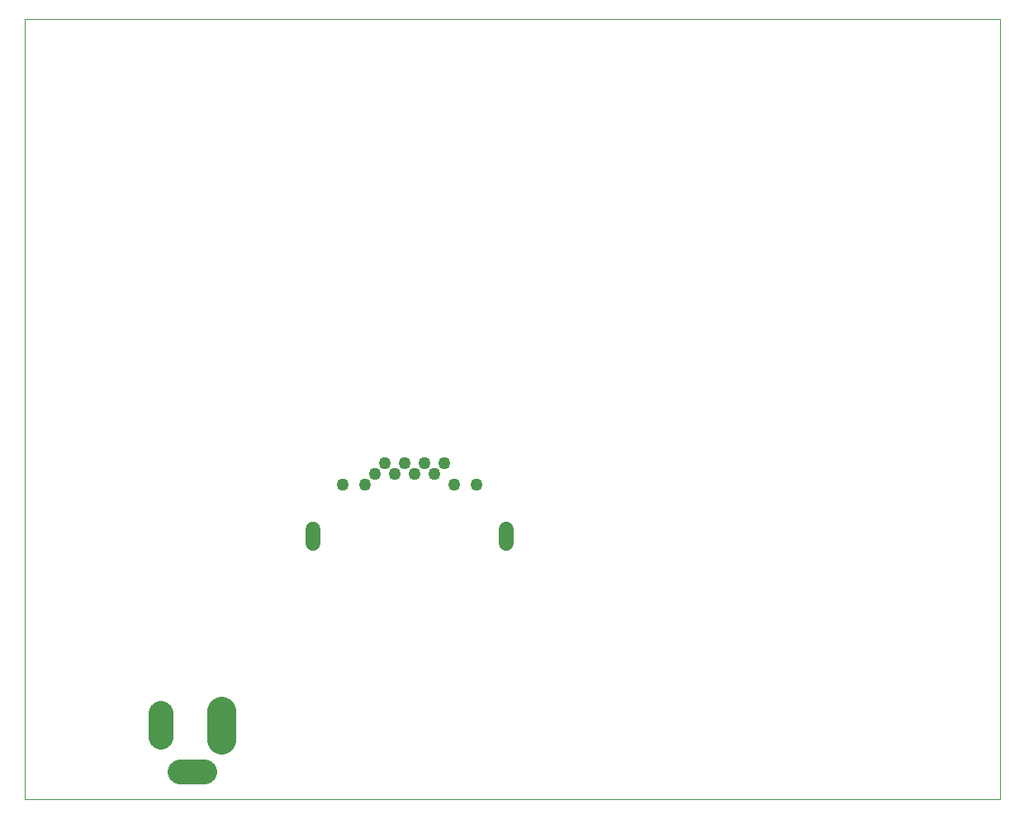
<source format=gbl>
G75*
%MOIN*%
%OFA0B0*%
%FSLAX24Y24*%
%IPPOS*%
%LPD*%
%AMOC8*
5,1,8,0,0,1.08239X$1,22.5*
%
%ADD10C,0.0000*%
%ADD11C,0.0984*%
%ADD12C,0.1181*%
%ADD13C,0.0591*%
%ADD14C,0.0500*%
D10*
X000100Y000100D02*
X000100Y031596D01*
X039470Y031596D01*
X039470Y000100D01*
X000100Y000100D01*
X005443Y002509D02*
X005445Y002534D01*
X005451Y002558D01*
X005460Y002580D01*
X005473Y002601D01*
X005489Y002620D01*
X005508Y002636D01*
X005529Y002649D01*
X005551Y002658D01*
X005575Y002664D01*
X005600Y002666D01*
X005625Y002664D01*
X005649Y002658D01*
X005671Y002649D01*
X005692Y002636D01*
X005711Y002620D01*
X005727Y002601D01*
X005740Y002580D01*
X005749Y002558D01*
X005755Y002534D01*
X005757Y002509D01*
X005755Y002484D01*
X005749Y002460D01*
X005740Y002438D01*
X005727Y002417D01*
X005711Y002398D01*
X005692Y002382D01*
X005671Y002369D01*
X005649Y002360D01*
X005625Y002354D01*
X005600Y002352D01*
X005575Y002354D01*
X005551Y002360D01*
X005529Y002369D01*
X005508Y002382D01*
X005489Y002398D01*
X005473Y002417D01*
X005460Y002438D01*
X005451Y002460D01*
X005445Y002484D01*
X005443Y002509D01*
X005443Y002549D02*
X005445Y002574D01*
X005451Y002598D01*
X005460Y002620D01*
X005473Y002641D01*
X005489Y002660D01*
X005508Y002676D01*
X005529Y002689D01*
X005551Y002698D01*
X005575Y002704D01*
X005600Y002706D01*
X005625Y002704D01*
X005649Y002698D01*
X005671Y002689D01*
X005692Y002676D01*
X005711Y002660D01*
X005727Y002641D01*
X005740Y002620D01*
X005749Y002598D01*
X005755Y002574D01*
X005757Y002549D01*
X005755Y002524D01*
X005749Y002500D01*
X005740Y002478D01*
X005727Y002457D01*
X005711Y002438D01*
X005692Y002422D01*
X005671Y002409D01*
X005649Y002400D01*
X005625Y002394D01*
X005600Y002392D01*
X005575Y002394D01*
X005551Y002400D01*
X005529Y002409D01*
X005508Y002422D01*
X005489Y002438D01*
X005473Y002457D01*
X005460Y002478D01*
X005451Y002500D01*
X005445Y002524D01*
X005443Y002549D01*
X005443Y002588D02*
X005445Y002613D01*
X005451Y002637D01*
X005460Y002659D01*
X005473Y002680D01*
X005489Y002699D01*
X005508Y002715D01*
X005529Y002728D01*
X005551Y002737D01*
X005575Y002743D01*
X005600Y002745D01*
X005625Y002743D01*
X005649Y002737D01*
X005671Y002728D01*
X005692Y002715D01*
X005711Y002699D01*
X005727Y002680D01*
X005740Y002659D01*
X005749Y002637D01*
X005755Y002613D01*
X005757Y002588D01*
X005755Y002563D01*
X005749Y002539D01*
X005740Y002517D01*
X005727Y002496D01*
X005711Y002477D01*
X005692Y002461D01*
X005671Y002448D01*
X005649Y002439D01*
X005625Y002433D01*
X005600Y002431D01*
X005575Y002433D01*
X005551Y002439D01*
X005529Y002448D01*
X005508Y002461D01*
X005489Y002477D01*
X005473Y002496D01*
X005460Y002517D01*
X005451Y002539D01*
X005445Y002563D01*
X005443Y002588D01*
X005443Y002628D02*
X005445Y002653D01*
X005451Y002677D01*
X005460Y002699D01*
X005473Y002720D01*
X005489Y002739D01*
X005508Y002755D01*
X005529Y002768D01*
X005551Y002777D01*
X005575Y002783D01*
X005600Y002785D01*
X005625Y002783D01*
X005649Y002777D01*
X005671Y002768D01*
X005692Y002755D01*
X005711Y002739D01*
X005727Y002720D01*
X005740Y002699D01*
X005749Y002677D01*
X005755Y002653D01*
X005757Y002628D01*
X005755Y002603D01*
X005749Y002579D01*
X005740Y002557D01*
X005727Y002536D01*
X005711Y002517D01*
X005692Y002501D01*
X005671Y002488D01*
X005649Y002479D01*
X005625Y002473D01*
X005600Y002471D01*
X005575Y002473D01*
X005551Y002479D01*
X005529Y002488D01*
X005508Y002501D01*
X005489Y002517D01*
X005473Y002536D01*
X005460Y002557D01*
X005451Y002579D01*
X005445Y002603D01*
X005443Y002628D01*
X005443Y002667D02*
X005445Y002692D01*
X005451Y002716D01*
X005460Y002738D01*
X005473Y002759D01*
X005489Y002778D01*
X005508Y002794D01*
X005529Y002807D01*
X005551Y002816D01*
X005575Y002822D01*
X005600Y002824D01*
X005625Y002822D01*
X005649Y002816D01*
X005671Y002807D01*
X005692Y002794D01*
X005711Y002778D01*
X005727Y002759D01*
X005740Y002738D01*
X005749Y002716D01*
X005755Y002692D01*
X005757Y002667D01*
X005755Y002642D01*
X005749Y002618D01*
X005740Y002596D01*
X005727Y002575D01*
X005711Y002556D01*
X005692Y002540D01*
X005671Y002527D01*
X005649Y002518D01*
X005625Y002512D01*
X005600Y002510D01*
X005575Y002512D01*
X005551Y002518D01*
X005529Y002527D01*
X005508Y002540D01*
X005489Y002556D01*
X005473Y002575D01*
X005460Y002596D01*
X005451Y002618D01*
X005445Y002642D01*
X005443Y002667D01*
X005443Y002706D02*
X005445Y002731D01*
X005451Y002755D01*
X005460Y002777D01*
X005473Y002798D01*
X005489Y002817D01*
X005508Y002833D01*
X005529Y002846D01*
X005551Y002855D01*
X005575Y002861D01*
X005600Y002863D01*
X005625Y002861D01*
X005649Y002855D01*
X005671Y002846D01*
X005692Y002833D01*
X005711Y002817D01*
X005727Y002798D01*
X005740Y002777D01*
X005749Y002755D01*
X005755Y002731D01*
X005757Y002706D01*
X005755Y002681D01*
X005749Y002657D01*
X005740Y002635D01*
X005727Y002614D01*
X005711Y002595D01*
X005692Y002579D01*
X005671Y002566D01*
X005649Y002557D01*
X005625Y002551D01*
X005600Y002549D01*
X005575Y002551D01*
X005551Y002557D01*
X005529Y002566D01*
X005508Y002579D01*
X005489Y002595D01*
X005473Y002614D01*
X005460Y002635D01*
X005451Y002657D01*
X005445Y002681D01*
X005443Y002706D01*
X005443Y002746D02*
X005445Y002771D01*
X005451Y002795D01*
X005460Y002817D01*
X005473Y002838D01*
X005489Y002857D01*
X005508Y002873D01*
X005529Y002886D01*
X005551Y002895D01*
X005575Y002901D01*
X005600Y002903D01*
X005625Y002901D01*
X005649Y002895D01*
X005671Y002886D01*
X005692Y002873D01*
X005711Y002857D01*
X005727Y002838D01*
X005740Y002817D01*
X005749Y002795D01*
X005755Y002771D01*
X005757Y002746D01*
X005755Y002721D01*
X005749Y002697D01*
X005740Y002675D01*
X005727Y002654D01*
X005711Y002635D01*
X005692Y002619D01*
X005671Y002606D01*
X005649Y002597D01*
X005625Y002591D01*
X005600Y002589D01*
X005575Y002591D01*
X005551Y002597D01*
X005529Y002606D01*
X005508Y002619D01*
X005489Y002635D01*
X005473Y002654D01*
X005460Y002675D01*
X005451Y002697D01*
X005445Y002721D01*
X005443Y002746D01*
X005443Y002785D02*
X005445Y002810D01*
X005451Y002834D01*
X005460Y002856D01*
X005473Y002877D01*
X005489Y002896D01*
X005508Y002912D01*
X005529Y002925D01*
X005551Y002934D01*
X005575Y002940D01*
X005600Y002942D01*
X005625Y002940D01*
X005649Y002934D01*
X005671Y002925D01*
X005692Y002912D01*
X005711Y002896D01*
X005727Y002877D01*
X005740Y002856D01*
X005749Y002834D01*
X005755Y002810D01*
X005757Y002785D01*
X005755Y002760D01*
X005749Y002736D01*
X005740Y002714D01*
X005727Y002693D01*
X005711Y002674D01*
X005692Y002658D01*
X005671Y002645D01*
X005649Y002636D01*
X005625Y002630D01*
X005600Y002628D01*
X005575Y002630D01*
X005551Y002636D01*
X005529Y002645D01*
X005508Y002658D01*
X005489Y002674D01*
X005473Y002693D01*
X005460Y002714D01*
X005451Y002736D01*
X005445Y002760D01*
X005443Y002785D01*
X005443Y002824D02*
X005445Y002849D01*
X005451Y002873D01*
X005460Y002895D01*
X005473Y002916D01*
X005489Y002935D01*
X005508Y002951D01*
X005529Y002964D01*
X005551Y002973D01*
X005575Y002979D01*
X005600Y002981D01*
X005625Y002979D01*
X005649Y002973D01*
X005671Y002964D01*
X005692Y002951D01*
X005711Y002935D01*
X005727Y002916D01*
X005740Y002895D01*
X005749Y002873D01*
X005755Y002849D01*
X005757Y002824D01*
X005755Y002799D01*
X005749Y002775D01*
X005740Y002753D01*
X005727Y002732D01*
X005711Y002713D01*
X005692Y002697D01*
X005671Y002684D01*
X005649Y002675D01*
X005625Y002669D01*
X005600Y002667D01*
X005575Y002669D01*
X005551Y002675D01*
X005529Y002684D01*
X005508Y002697D01*
X005489Y002713D01*
X005473Y002732D01*
X005460Y002753D01*
X005451Y002775D01*
X005445Y002799D01*
X005443Y002824D01*
X005443Y002864D02*
X005445Y002889D01*
X005451Y002913D01*
X005460Y002935D01*
X005473Y002956D01*
X005489Y002975D01*
X005508Y002991D01*
X005529Y003004D01*
X005551Y003013D01*
X005575Y003019D01*
X005600Y003021D01*
X005625Y003019D01*
X005649Y003013D01*
X005671Y003004D01*
X005692Y002991D01*
X005711Y002975D01*
X005727Y002956D01*
X005740Y002935D01*
X005749Y002913D01*
X005755Y002889D01*
X005757Y002864D01*
X005755Y002839D01*
X005749Y002815D01*
X005740Y002793D01*
X005727Y002772D01*
X005711Y002753D01*
X005692Y002737D01*
X005671Y002724D01*
X005649Y002715D01*
X005625Y002709D01*
X005600Y002707D01*
X005575Y002709D01*
X005551Y002715D01*
X005529Y002724D01*
X005508Y002737D01*
X005489Y002753D01*
X005473Y002772D01*
X005460Y002793D01*
X005451Y002815D01*
X005445Y002839D01*
X005443Y002864D01*
X005443Y002903D02*
X005445Y002928D01*
X005451Y002952D01*
X005460Y002974D01*
X005473Y002995D01*
X005489Y003014D01*
X005508Y003030D01*
X005529Y003043D01*
X005551Y003052D01*
X005575Y003058D01*
X005600Y003060D01*
X005625Y003058D01*
X005649Y003052D01*
X005671Y003043D01*
X005692Y003030D01*
X005711Y003014D01*
X005727Y002995D01*
X005740Y002974D01*
X005749Y002952D01*
X005755Y002928D01*
X005757Y002903D01*
X005755Y002878D01*
X005749Y002854D01*
X005740Y002832D01*
X005727Y002811D01*
X005711Y002792D01*
X005692Y002776D01*
X005671Y002763D01*
X005649Y002754D01*
X005625Y002748D01*
X005600Y002746D01*
X005575Y002748D01*
X005551Y002754D01*
X005529Y002763D01*
X005508Y002776D01*
X005489Y002792D01*
X005473Y002811D01*
X005460Y002832D01*
X005451Y002854D01*
X005445Y002878D01*
X005443Y002903D01*
X005443Y002943D02*
X005445Y002968D01*
X005451Y002992D01*
X005460Y003014D01*
X005473Y003035D01*
X005489Y003054D01*
X005508Y003070D01*
X005529Y003083D01*
X005551Y003092D01*
X005575Y003098D01*
X005600Y003100D01*
X005625Y003098D01*
X005649Y003092D01*
X005671Y003083D01*
X005692Y003070D01*
X005711Y003054D01*
X005727Y003035D01*
X005740Y003014D01*
X005749Y002992D01*
X005755Y002968D01*
X005757Y002943D01*
X005755Y002918D01*
X005749Y002894D01*
X005740Y002872D01*
X005727Y002851D01*
X005711Y002832D01*
X005692Y002816D01*
X005671Y002803D01*
X005649Y002794D01*
X005625Y002788D01*
X005600Y002786D01*
X005575Y002788D01*
X005551Y002794D01*
X005529Y002803D01*
X005508Y002816D01*
X005489Y002832D01*
X005473Y002851D01*
X005460Y002872D01*
X005451Y002894D01*
X005445Y002918D01*
X005443Y002943D01*
X005443Y002982D02*
X005445Y003007D01*
X005451Y003031D01*
X005460Y003053D01*
X005473Y003074D01*
X005489Y003093D01*
X005508Y003109D01*
X005529Y003122D01*
X005551Y003131D01*
X005575Y003137D01*
X005600Y003139D01*
X005625Y003137D01*
X005649Y003131D01*
X005671Y003122D01*
X005692Y003109D01*
X005711Y003093D01*
X005727Y003074D01*
X005740Y003053D01*
X005749Y003031D01*
X005755Y003007D01*
X005757Y002982D01*
X005755Y002957D01*
X005749Y002933D01*
X005740Y002911D01*
X005727Y002890D01*
X005711Y002871D01*
X005692Y002855D01*
X005671Y002842D01*
X005649Y002833D01*
X005625Y002827D01*
X005600Y002825D01*
X005575Y002827D01*
X005551Y002833D01*
X005529Y002842D01*
X005508Y002855D01*
X005489Y002871D01*
X005473Y002890D01*
X005460Y002911D01*
X005451Y002933D01*
X005445Y002957D01*
X005443Y002982D01*
X005443Y003021D02*
X005445Y003046D01*
X005451Y003070D01*
X005460Y003092D01*
X005473Y003113D01*
X005489Y003132D01*
X005508Y003148D01*
X005529Y003161D01*
X005551Y003170D01*
X005575Y003176D01*
X005600Y003178D01*
X005625Y003176D01*
X005649Y003170D01*
X005671Y003161D01*
X005692Y003148D01*
X005711Y003132D01*
X005727Y003113D01*
X005740Y003092D01*
X005749Y003070D01*
X005755Y003046D01*
X005757Y003021D01*
X005755Y002996D01*
X005749Y002972D01*
X005740Y002950D01*
X005727Y002929D01*
X005711Y002910D01*
X005692Y002894D01*
X005671Y002881D01*
X005649Y002872D01*
X005625Y002866D01*
X005600Y002864D01*
X005575Y002866D01*
X005551Y002872D01*
X005529Y002881D01*
X005508Y002894D01*
X005489Y002910D01*
X005473Y002929D01*
X005460Y002950D01*
X005451Y002972D01*
X005445Y002996D01*
X005443Y003021D01*
X005443Y003061D02*
X005445Y003086D01*
X005451Y003110D01*
X005460Y003132D01*
X005473Y003153D01*
X005489Y003172D01*
X005508Y003188D01*
X005529Y003201D01*
X005551Y003210D01*
X005575Y003216D01*
X005600Y003218D01*
X005625Y003216D01*
X005649Y003210D01*
X005671Y003201D01*
X005692Y003188D01*
X005711Y003172D01*
X005727Y003153D01*
X005740Y003132D01*
X005749Y003110D01*
X005755Y003086D01*
X005757Y003061D01*
X005755Y003036D01*
X005749Y003012D01*
X005740Y002990D01*
X005727Y002969D01*
X005711Y002950D01*
X005692Y002934D01*
X005671Y002921D01*
X005649Y002912D01*
X005625Y002906D01*
X005600Y002904D01*
X005575Y002906D01*
X005551Y002912D01*
X005529Y002921D01*
X005508Y002934D01*
X005489Y002950D01*
X005473Y002969D01*
X005460Y002990D01*
X005451Y003012D01*
X005445Y003036D01*
X005443Y003061D01*
X005443Y003139D02*
X005445Y003164D01*
X005451Y003188D01*
X005460Y003210D01*
X005473Y003231D01*
X005489Y003250D01*
X005508Y003266D01*
X005529Y003279D01*
X005551Y003288D01*
X005575Y003294D01*
X005600Y003296D01*
X005625Y003294D01*
X005649Y003288D01*
X005671Y003279D01*
X005692Y003266D01*
X005711Y003250D01*
X005727Y003231D01*
X005740Y003210D01*
X005749Y003188D01*
X005755Y003164D01*
X005757Y003139D01*
X005755Y003114D01*
X005749Y003090D01*
X005740Y003068D01*
X005727Y003047D01*
X005711Y003028D01*
X005692Y003012D01*
X005671Y002999D01*
X005649Y002990D01*
X005625Y002984D01*
X005600Y002982D01*
X005575Y002984D01*
X005551Y002990D01*
X005529Y002999D01*
X005508Y003012D01*
X005489Y003028D01*
X005473Y003047D01*
X005460Y003068D01*
X005451Y003090D01*
X005445Y003114D01*
X005443Y003139D01*
X005443Y003179D02*
X005445Y003204D01*
X005451Y003228D01*
X005460Y003250D01*
X005473Y003271D01*
X005489Y003290D01*
X005508Y003306D01*
X005529Y003319D01*
X005551Y003328D01*
X005575Y003334D01*
X005600Y003336D01*
X005625Y003334D01*
X005649Y003328D01*
X005671Y003319D01*
X005692Y003306D01*
X005711Y003290D01*
X005727Y003271D01*
X005740Y003250D01*
X005749Y003228D01*
X005755Y003204D01*
X005757Y003179D01*
X005755Y003154D01*
X005749Y003130D01*
X005740Y003108D01*
X005727Y003087D01*
X005711Y003068D01*
X005692Y003052D01*
X005671Y003039D01*
X005649Y003030D01*
X005625Y003024D01*
X005600Y003022D01*
X005575Y003024D01*
X005551Y003030D01*
X005529Y003039D01*
X005508Y003052D01*
X005489Y003068D01*
X005473Y003087D01*
X005460Y003108D01*
X005451Y003130D01*
X005445Y003154D01*
X005443Y003179D01*
X005443Y003218D02*
X005445Y003243D01*
X005451Y003267D01*
X005460Y003289D01*
X005473Y003310D01*
X005489Y003329D01*
X005508Y003345D01*
X005529Y003358D01*
X005551Y003367D01*
X005575Y003373D01*
X005600Y003375D01*
X005625Y003373D01*
X005649Y003367D01*
X005671Y003358D01*
X005692Y003345D01*
X005711Y003329D01*
X005727Y003310D01*
X005740Y003289D01*
X005749Y003267D01*
X005755Y003243D01*
X005757Y003218D01*
X005755Y003193D01*
X005749Y003169D01*
X005740Y003147D01*
X005727Y003126D01*
X005711Y003107D01*
X005692Y003091D01*
X005671Y003078D01*
X005649Y003069D01*
X005625Y003063D01*
X005600Y003061D01*
X005575Y003063D01*
X005551Y003069D01*
X005529Y003078D01*
X005508Y003091D01*
X005489Y003107D01*
X005473Y003126D01*
X005460Y003147D01*
X005451Y003169D01*
X005445Y003193D01*
X005443Y003218D01*
X005443Y003257D02*
X005445Y003282D01*
X005451Y003306D01*
X005460Y003328D01*
X005473Y003349D01*
X005489Y003368D01*
X005508Y003384D01*
X005529Y003397D01*
X005551Y003406D01*
X005575Y003412D01*
X005600Y003414D01*
X005625Y003412D01*
X005649Y003406D01*
X005671Y003397D01*
X005692Y003384D01*
X005711Y003368D01*
X005727Y003349D01*
X005740Y003328D01*
X005749Y003306D01*
X005755Y003282D01*
X005757Y003257D01*
X005755Y003232D01*
X005749Y003208D01*
X005740Y003186D01*
X005727Y003165D01*
X005711Y003146D01*
X005692Y003130D01*
X005671Y003117D01*
X005649Y003108D01*
X005625Y003102D01*
X005600Y003100D01*
X005575Y003102D01*
X005551Y003108D01*
X005529Y003117D01*
X005508Y003130D01*
X005489Y003146D01*
X005473Y003165D01*
X005460Y003186D01*
X005451Y003208D01*
X005445Y003232D01*
X005443Y003257D01*
X005443Y003297D02*
X005445Y003322D01*
X005451Y003346D01*
X005460Y003368D01*
X005473Y003389D01*
X005489Y003408D01*
X005508Y003424D01*
X005529Y003437D01*
X005551Y003446D01*
X005575Y003452D01*
X005600Y003454D01*
X005625Y003452D01*
X005649Y003446D01*
X005671Y003437D01*
X005692Y003424D01*
X005711Y003408D01*
X005727Y003389D01*
X005740Y003368D01*
X005749Y003346D01*
X005755Y003322D01*
X005757Y003297D01*
X005755Y003272D01*
X005749Y003248D01*
X005740Y003226D01*
X005727Y003205D01*
X005711Y003186D01*
X005692Y003170D01*
X005671Y003157D01*
X005649Y003148D01*
X005625Y003142D01*
X005600Y003140D01*
X005575Y003142D01*
X005551Y003148D01*
X005529Y003157D01*
X005508Y003170D01*
X005489Y003186D01*
X005473Y003205D01*
X005460Y003226D01*
X005451Y003248D01*
X005445Y003272D01*
X005443Y003297D01*
X005443Y003336D02*
X005445Y003361D01*
X005451Y003385D01*
X005460Y003407D01*
X005473Y003428D01*
X005489Y003447D01*
X005508Y003463D01*
X005529Y003476D01*
X005551Y003485D01*
X005575Y003491D01*
X005600Y003493D01*
X005625Y003491D01*
X005649Y003485D01*
X005671Y003476D01*
X005692Y003463D01*
X005711Y003447D01*
X005727Y003428D01*
X005740Y003407D01*
X005749Y003385D01*
X005755Y003361D01*
X005757Y003336D01*
X005755Y003311D01*
X005749Y003287D01*
X005740Y003265D01*
X005727Y003244D01*
X005711Y003225D01*
X005692Y003209D01*
X005671Y003196D01*
X005649Y003187D01*
X005625Y003181D01*
X005600Y003179D01*
X005575Y003181D01*
X005551Y003187D01*
X005529Y003196D01*
X005508Y003209D01*
X005489Y003225D01*
X005473Y003244D01*
X005460Y003265D01*
X005451Y003287D01*
X005445Y003311D01*
X005443Y003336D01*
X005443Y003376D02*
X005445Y003401D01*
X005451Y003425D01*
X005460Y003447D01*
X005473Y003468D01*
X005489Y003487D01*
X005508Y003503D01*
X005529Y003516D01*
X005551Y003525D01*
X005575Y003531D01*
X005600Y003533D01*
X005625Y003531D01*
X005649Y003525D01*
X005671Y003516D01*
X005692Y003503D01*
X005711Y003487D01*
X005727Y003468D01*
X005740Y003447D01*
X005749Y003425D01*
X005755Y003401D01*
X005757Y003376D01*
X005755Y003351D01*
X005749Y003327D01*
X005740Y003305D01*
X005727Y003284D01*
X005711Y003265D01*
X005692Y003249D01*
X005671Y003236D01*
X005649Y003227D01*
X005625Y003221D01*
X005600Y003219D01*
X005575Y003221D01*
X005551Y003227D01*
X005529Y003236D01*
X005508Y003249D01*
X005489Y003265D01*
X005473Y003284D01*
X005460Y003305D01*
X005451Y003327D01*
X005445Y003351D01*
X005443Y003376D01*
X005443Y003415D02*
X005445Y003440D01*
X005451Y003464D01*
X005460Y003486D01*
X005473Y003507D01*
X005489Y003526D01*
X005508Y003542D01*
X005529Y003555D01*
X005551Y003564D01*
X005575Y003570D01*
X005600Y003572D01*
X005625Y003570D01*
X005649Y003564D01*
X005671Y003555D01*
X005692Y003542D01*
X005711Y003526D01*
X005727Y003507D01*
X005740Y003486D01*
X005749Y003464D01*
X005755Y003440D01*
X005757Y003415D01*
X005755Y003390D01*
X005749Y003366D01*
X005740Y003344D01*
X005727Y003323D01*
X005711Y003304D01*
X005692Y003288D01*
X005671Y003275D01*
X005649Y003266D01*
X005625Y003260D01*
X005600Y003258D01*
X005575Y003260D01*
X005551Y003266D01*
X005529Y003275D01*
X005508Y003288D01*
X005489Y003304D01*
X005473Y003323D01*
X005460Y003344D01*
X005451Y003366D01*
X005445Y003390D01*
X005443Y003415D01*
X005443Y003454D02*
X005445Y003479D01*
X005451Y003503D01*
X005460Y003525D01*
X005473Y003546D01*
X005489Y003565D01*
X005508Y003581D01*
X005529Y003594D01*
X005551Y003603D01*
X005575Y003609D01*
X005600Y003611D01*
X005625Y003609D01*
X005649Y003603D01*
X005671Y003594D01*
X005692Y003581D01*
X005711Y003565D01*
X005727Y003546D01*
X005740Y003525D01*
X005749Y003503D01*
X005755Y003479D01*
X005757Y003454D01*
X005755Y003429D01*
X005749Y003405D01*
X005740Y003383D01*
X005727Y003362D01*
X005711Y003343D01*
X005692Y003327D01*
X005671Y003314D01*
X005649Y003305D01*
X005625Y003299D01*
X005600Y003297D01*
X005575Y003299D01*
X005551Y003305D01*
X005529Y003314D01*
X005508Y003327D01*
X005489Y003343D01*
X005473Y003362D01*
X005460Y003383D01*
X005451Y003405D01*
X005445Y003429D01*
X005443Y003454D01*
X005443Y003494D02*
X005445Y003519D01*
X005451Y003543D01*
X005460Y003565D01*
X005473Y003586D01*
X005489Y003605D01*
X005508Y003621D01*
X005529Y003634D01*
X005551Y003643D01*
X005575Y003649D01*
X005600Y003651D01*
X005625Y003649D01*
X005649Y003643D01*
X005671Y003634D01*
X005692Y003621D01*
X005711Y003605D01*
X005727Y003586D01*
X005740Y003565D01*
X005749Y003543D01*
X005755Y003519D01*
X005757Y003494D01*
X005755Y003469D01*
X005749Y003445D01*
X005740Y003423D01*
X005727Y003402D01*
X005711Y003383D01*
X005692Y003367D01*
X005671Y003354D01*
X005649Y003345D01*
X005625Y003339D01*
X005600Y003337D01*
X005575Y003339D01*
X005551Y003345D01*
X005529Y003354D01*
X005508Y003367D01*
X005489Y003383D01*
X005473Y003402D01*
X005460Y003423D01*
X005451Y003445D01*
X005445Y003469D01*
X005443Y003494D01*
X005443Y003533D02*
X005445Y003558D01*
X005451Y003582D01*
X005460Y003604D01*
X005473Y003625D01*
X005489Y003644D01*
X005508Y003660D01*
X005529Y003673D01*
X005551Y003682D01*
X005575Y003688D01*
X005600Y003690D01*
X005625Y003688D01*
X005649Y003682D01*
X005671Y003673D01*
X005692Y003660D01*
X005711Y003644D01*
X005727Y003625D01*
X005740Y003604D01*
X005749Y003582D01*
X005755Y003558D01*
X005757Y003533D01*
X005755Y003508D01*
X005749Y003484D01*
X005740Y003462D01*
X005727Y003441D01*
X005711Y003422D01*
X005692Y003406D01*
X005671Y003393D01*
X005649Y003384D01*
X005625Y003378D01*
X005600Y003376D01*
X005575Y003378D01*
X005551Y003384D01*
X005529Y003393D01*
X005508Y003406D01*
X005489Y003422D01*
X005473Y003441D01*
X005460Y003462D01*
X005451Y003484D01*
X005445Y003508D01*
X005443Y003533D01*
X005443Y003572D02*
X005445Y003597D01*
X005451Y003621D01*
X005460Y003643D01*
X005473Y003664D01*
X005489Y003683D01*
X005508Y003699D01*
X005529Y003712D01*
X005551Y003721D01*
X005575Y003727D01*
X005600Y003729D01*
X005625Y003727D01*
X005649Y003721D01*
X005671Y003712D01*
X005692Y003699D01*
X005711Y003683D01*
X005727Y003664D01*
X005740Y003643D01*
X005749Y003621D01*
X005755Y003597D01*
X005757Y003572D01*
X005755Y003547D01*
X005749Y003523D01*
X005740Y003501D01*
X005727Y003480D01*
X005711Y003461D01*
X005692Y003445D01*
X005671Y003432D01*
X005649Y003423D01*
X005625Y003417D01*
X005600Y003415D01*
X005575Y003417D01*
X005551Y003423D01*
X005529Y003432D01*
X005508Y003445D01*
X005489Y003461D01*
X005473Y003480D01*
X005460Y003501D01*
X005451Y003523D01*
X005445Y003547D01*
X005443Y003572D01*
X005443Y003612D02*
X005445Y003637D01*
X005451Y003661D01*
X005460Y003683D01*
X005473Y003704D01*
X005489Y003723D01*
X005508Y003739D01*
X005529Y003752D01*
X005551Y003761D01*
X005575Y003767D01*
X005600Y003769D01*
X005625Y003767D01*
X005649Y003761D01*
X005671Y003752D01*
X005692Y003739D01*
X005711Y003723D01*
X005727Y003704D01*
X005740Y003683D01*
X005749Y003661D01*
X005755Y003637D01*
X005757Y003612D01*
X005755Y003587D01*
X005749Y003563D01*
X005740Y003541D01*
X005727Y003520D01*
X005711Y003501D01*
X005692Y003485D01*
X005671Y003472D01*
X005649Y003463D01*
X005625Y003457D01*
X005600Y003455D01*
X005575Y003457D01*
X005551Y003463D01*
X005529Y003472D01*
X005508Y003485D01*
X005489Y003501D01*
X005473Y003520D01*
X005460Y003541D01*
X005451Y003563D01*
X005445Y003587D01*
X005443Y003612D01*
X005443Y003651D02*
X005445Y003676D01*
X005451Y003700D01*
X005460Y003722D01*
X005473Y003743D01*
X005489Y003762D01*
X005508Y003778D01*
X005529Y003791D01*
X005551Y003800D01*
X005575Y003806D01*
X005600Y003808D01*
X005625Y003806D01*
X005649Y003800D01*
X005671Y003791D01*
X005692Y003778D01*
X005711Y003762D01*
X005727Y003743D01*
X005740Y003722D01*
X005749Y003700D01*
X005755Y003676D01*
X005757Y003651D01*
X005755Y003626D01*
X005749Y003602D01*
X005740Y003580D01*
X005727Y003559D01*
X005711Y003540D01*
X005692Y003524D01*
X005671Y003511D01*
X005649Y003502D01*
X005625Y003496D01*
X005600Y003494D01*
X005575Y003496D01*
X005551Y003502D01*
X005529Y003511D01*
X005508Y003524D01*
X005489Y003540D01*
X005473Y003559D01*
X005460Y003580D01*
X005451Y003602D01*
X005445Y003626D01*
X005443Y003651D01*
X005443Y003691D02*
X005445Y003716D01*
X005451Y003740D01*
X005460Y003762D01*
X005473Y003783D01*
X005489Y003802D01*
X005508Y003818D01*
X005529Y003831D01*
X005551Y003840D01*
X005575Y003846D01*
X005600Y003848D01*
X005625Y003846D01*
X005649Y003840D01*
X005671Y003831D01*
X005692Y003818D01*
X005711Y003802D01*
X005727Y003783D01*
X005740Y003762D01*
X005749Y003740D01*
X005755Y003716D01*
X005757Y003691D01*
X005755Y003666D01*
X005749Y003642D01*
X005740Y003620D01*
X005727Y003599D01*
X005711Y003580D01*
X005692Y003564D01*
X005671Y003551D01*
X005649Y003542D01*
X005625Y003536D01*
X005600Y003534D01*
X005575Y003536D01*
X005551Y003542D01*
X005529Y003551D01*
X005508Y003564D01*
X005489Y003580D01*
X005473Y003599D01*
X005460Y003620D01*
X005451Y003642D01*
X005445Y003666D01*
X005443Y003691D01*
X007864Y003691D02*
X007866Y003718D01*
X007872Y003745D01*
X007881Y003771D01*
X007894Y003795D01*
X007910Y003818D01*
X007929Y003837D01*
X007951Y003854D01*
X007975Y003868D01*
X008000Y003878D01*
X008027Y003885D01*
X008054Y003888D01*
X008082Y003887D01*
X008109Y003882D01*
X008135Y003874D01*
X008159Y003862D01*
X008182Y003846D01*
X008203Y003828D01*
X008220Y003807D01*
X008235Y003783D01*
X008246Y003758D01*
X008254Y003732D01*
X008258Y003705D01*
X008258Y003677D01*
X008254Y003650D01*
X008246Y003624D01*
X008235Y003599D01*
X008220Y003575D01*
X008203Y003554D01*
X008182Y003536D01*
X008160Y003520D01*
X008135Y003508D01*
X008109Y003500D01*
X008082Y003495D01*
X008054Y003494D01*
X008027Y003497D01*
X008000Y003504D01*
X007975Y003514D01*
X007951Y003528D01*
X007929Y003545D01*
X007910Y003564D01*
X007894Y003587D01*
X007881Y003611D01*
X007872Y003637D01*
X007866Y003664D01*
X007864Y003691D01*
X007864Y003730D02*
X007866Y003757D01*
X007872Y003784D01*
X007881Y003810D01*
X007894Y003834D01*
X007910Y003857D01*
X007929Y003876D01*
X007951Y003893D01*
X007975Y003907D01*
X008000Y003917D01*
X008027Y003924D01*
X008054Y003927D01*
X008082Y003926D01*
X008109Y003921D01*
X008135Y003913D01*
X008159Y003901D01*
X008182Y003885D01*
X008203Y003867D01*
X008220Y003846D01*
X008235Y003822D01*
X008246Y003797D01*
X008254Y003771D01*
X008258Y003744D01*
X008258Y003716D01*
X008254Y003689D01*
X008246Y003663D01*
X008235Y003638D01*
X008220Y003614D01*
X008203Y003593D01*
X008182Y003575D01*
X008160Y003559D01*
X008135Y003547D01*
X008109Y003539D01*
X008082Y003534D01*
X008054Y003533D01*
X008027Y003536D01*
X008000Y003543D01*
X007975Y003553D01*
X007951Y003567D01*
X007929Y003584D01*
X007910Y003603D01*
X007894Y003626D01*
X007881Y003650D01*
X007872Y003676D01*
X007866Y003703D01*
X007864Y003730D01*
X007864Y003769D02*
X007866Y003796D01*
X007872Y003823D01*
X007881Y003849D01*
X007894Y003873D01*
X007910Y003896D01*
X007929Y003915D01*
X007951Y003932D01*
X007975Y003946D01*
X008000Y003956D01*
X008027Y003963D01*
X008054Y003966D01*
X008082Y003965D01*
X008109Y003960D01*
X008135Y003952D01*
X008159Y003940D01*
X008182Y003924D01*
X008203Y003906D01*
X008220Y003885D01*
X008235Y003861D01*
X008246Y003836D01*
X008254Y003810D01*
X008258Y003783D01*
X008258Y003755D01*
X008254Y003728D01*
X008246Y003702D01*
X008235Y003677D01*
X008220Y003653D01*
X008203Y003632D01*
X008182Y003614D01*
X008160Y003598D01*
X008135Y003586D01*
X008109Y003578D01*
X008082Y003573D01*
X008054Y003572D01*
X008027Y003575D01*
X008000Y003582D01*
X007975Y003592D01*
X007951Y003606D01*
X007929Y003623D01*
X007910Y003642D01*
X007894Y003665D01*
X007881Y003689D01*
X007872Y003715D01*
X007866Y003742D01*
X007864Y003769D01*
X007864Y003651D02*
X007866Y003678D01*
X007872Y003705D01*
X007881Y003731D01*
X007894Y003755D01*
X007910Y003778D01*
X007929Y003797D01*
X007951Y003814D01*
X007975Y003828D01*
X008000Y003838D01*
X008027Y003845D01*
X008054Y003848D01*
X008082Y003847D01*
X008109Y003842D01*
X008135Y003834D01*
X008159Y003822D01*
X008182Y003806D01*
X008203Y003788D01*
X008220Y003767D01*
X008235Y003743D01*
X008246Y003718D01*
X008254Y003692D01*
X008258Y003665D01*
X008258Y003637D01*
X008254Y003610D01*
X008246Y003584D01*
X008235Y003559D01*
X008220Y003535D01*
X008203Y003514D01*
X008182Y003496D01*
X008160Y003480D01*
X008135Y003468D01*
X008109Y003460D01*
X008082Y003455D01*
X008054Y003454D01*
X008027Y003457D01*
X008000Y003464D01*
X007975Y003474D01*
X007951Y003488D01*
X007929Y003505D01*
X007910Y003524D01*
X007894Y003547D01*
X007881Y003571D01*
X007872Y003597D01*
X007866Y003624D01*
X007864Y003651D01*
X007864Y003612D02*
X007866Y003639D01*
X007872Y003666D01*
X007881Y003692D01*
X007894Y003716D01*
X007910Y003739D01*
X007929Y003758D01*
X007951Y003775D01*
X007975Y003789D01*
X008000Y003799D01*
X008027Y003806D01*
X008054Y003809D01*
X008082Y003808D01*
X008109Y003803D01*
X008135Y003795D01*
X008159Y003783D01*
X008182Y003767D01*
X008203Y003749D01*
X008220Y003728D01*
X008235Y003704D01*
X008246Y003679D01*
X008254Y003653D01*
X008258Y003626D01*
X008258Y003598D01*
X008254Y003571D01*
X008246Y003545D01*
X008235Y003520D01*
X008220Y003496D01*
X008203Y003475D01*
X008182Y003457D01*
X008160Y003441D01*
X008135Y003429D01*
X008109Y003421D01*
X008082Y003416D01*
X008054Y003415D01*
X008027Y003418D01*
X008000Y003425D01*
X007975Y003435D01*
X007951Y003449D01*
X007929Y003466D01*
X007910Y003485D01*
X007894Y003508D01*
X007881Y003532D01*
X007872Y003558D01*
X007866Y003585D01*
X007864Y003612D01*
X007864Y003572D02*
X007866Y003599D01*
X007872Y003626D01*
X007881Y003652D01*
X007894Y003676D01*
X007910Y003699D01*
X007929Y003718D01*
X007951Y003735D01*
X007975Y003749D01*
X008000Y003759D01*
X008027Y003766D01*
X008054Y003769D01*
X008082Y003768D01*
X008109Y003763D01*
X008135Y003755D01*
X008159Y003743D01*
X008182Y003727D01*
X008203Y003709D01*
X008220Y003688D01*
X008235Y003664D01*
X008246Y003639D01*
X008254Y003613D01*
X008258Y003586D01*
X008258Y003558D01*
X008254Y003531D01*
X008246Y003505D01*
X008235Y003480D01*
X008220Y003456D01*
X008203Y003435D01*
X008182Y003417D01*
X008160Y003401D01*
X008135Y003389D01*
X008109Y003381D01*
X008082Y003376D01*
X008054Y003375D01*
X008027Y003378D01*
X008000Y003385D01*
X007975Y003395D01*
X007951Y003409D01*
X007929Y003426D01*
X007910Y003445D01*
X007894Y003468D01*
X007881Y003492D01*
X007872Y003518D01*
X007866Y003545D01*
X007864Y003572D01*
X007864Y003533D02*
X007866Y003560D01*
X007872Y003587D01*
X007881Y003613D01*
X007894Y003637D01*
X007910Y003660D01*
X007929Y003679D01*
X007951Y003696D01*
X007975Y003710D01*
X008000Y003720D01*
X008027Y003727D01*
X008054Y003730D01*
X008082Y003729D01*
X008109Y003724D01*
X008135Y003716D01*
X008159Y003704D01*
X008182Y003688D01*
X008203Y003670D01*
X008220Y003649D01*
X008235Y003625D01*
X008246Y003600D01*
X008254Y003574D01*
X008258Y003547D01*
X008258Y003519D01*
X008254Y003492D01*
X008246Y003466D01*
X008235Y003441D01*
X008220Y003417D01*
X008203Y003396D01*
X008182Y003378D01*
X008160Y003362D01*
X008135Y003350D01*
X008109Y003342D01*
X008082Y003337D01*
X008054Y003336D01*
X008027Y003339D01*
X008000Y003346D01*
X007975Y003356D01*
X007951Y003370D01*
X007929Y003387D01*
X007910Y003406D01*
X007894Y003429D01*
X007881Y003453D01*
X007872Y003479D01*
X007866Y003506D01*
X007864Y003533D01*
X007864Y003494D02*
X007866Y003521D01*
X007872Y003548D01*
X007881Y003574D01*
X007894Y003598D01*
X007910Y003621D01*
X007929Y003640D01*
X007951Y003657D01*
X007975Y003671D01*
X008000Y003681D01*
X008027Y003688D01*
X008054Y003691D01*
X008082Y003690D01*
X008109Y003685D01*
X008135Y003677D01*
X008159Y003665D01*
X008182Y003649D01*
X008203Y003631D01*
X008220Y003610D01*
X008235Y003586D01*
X008246Y003561D01*
X008254Y003535D01*
X008258Y003508D01*
X008258Y003480D01*
X008254Y003453D01*
X008246Y003427D01*
X008235Y003402D01*
X008220Y003378D01*
X008203Y003357D01*
X008182Y003339D01*
X008160Y003323D01*
X008135Y003311D01*
X008109Y003303D01*
X008082Y003298D01*
X008054Y003297D01*
X008027Y003300D01*
X008000Y003307D01*
X007975Y003317D01*
X007951Y003331D01*
X007929Y003348D01*
X007910Y003367D01*
X007894Y003390D01*
X007881Y003414D01*
X007872Y003440D01*
X007866Y003467D01*
X007864Y003494D01*
X007864Y003454D02*
X007866Y003481D01*
X007872Y003508D01*
X007881Y003534D01*
X007894Y003558D01*
X007910Y003581D01*
X007929Y003600D01*
X007951Y003617D01*
X007975Y003631D01*
X008000Y003641D01*
X008027Y003648D01*
X008054Y003651D01*
X008082Y003650D01*
X008109Y003645D01*
X008135Y003637D01*
X008159Y003625D01*
X008182Y003609D01*
X008203Y003591D01*
X008220Y003570D01*
X008235Y003546D01*
X008246Y003521D01*
X008254Y003495D01*
X008258Y003468D01*
X008258Y003440D01*
X008254Y003413D01*
X008246Y003387D01*
X008235Y003362D01*
X008220Y003338D01*
X008203Y003317D01*
X008182Y003299D01*
X008160Y003283D01*
X008135Y003271D01*
X008109Y003263D01*
X008082Y003258D01*
X008054Y003257D01*
X008027Y003260D01*
X008000Y003267D01*
X007975Y003277D01*
X007951Y003291D01*
X007929Y003308D01*
X007910Y003327D01*
X007894Y003350D01*
X007881Y003374D01*
X007872Y003400D01*
X007866Y003427D01*
X007864Y003454D01*
X007866Y003481D01*
X007872Y003508D01*
X007881Y003534D01*
X007894Y003558D01*
X007910Y003581D01*
X007929Y003600D01*
X007951Y003617D01*
X007975Y003631D01*
X008000Y003641D01*
X008027Y003648D01*
X008054Y003651D01*
X008082Y003650D01*
X008109Y003645D01*
X008135Y003637D01*
X008159Y003625D01*
X008182Y003609D01*
X008203Y003591D01*
X008220Y003570D01*
X008235Y003546D01*
X008246Y003521D01*
X008254Y003495D01*
X008258Y003468D01*
X008258Y003440D01*
X008254Y003413D01*
X008246Y003387D01*
X008235Y003362D01*
X008220Y003338D01*
X008203Y003317D01*
X008182Y003299D01*
X008160Y003283D01*
X008135Y003271D01*
X008109Y003263D01*
X008082Y003258D01*
X008054Y003257D01*
X008027Y003260D01*
X008000Y003267D01*
X007975Y003277D01*
X007951Y003291D01*
X007929Y003308D01*
X007910Y003327D01*
X007894Y003350D01*
X007881Y003374D01*
X007872Y003400D01*
X007866Y003427D01*
X007864Y003454D01*
X007864Y003415D02*
X007866Y003442D01*
X007872Y003469D01*
X007881Y003495D01*
X007894Y003519D01*
X007910Y003542D01*
X007929Y003561D01*
X007951Y003578D01*
X007975Y003592D01*
X008000Y003602D01*
X008027Y003609D01*
X008054Y003612D01*
X008082Y003611D01*
X008109Y003606D01*
X008135Y003598D01*
X008159Y003586D01*
X008182Y003570D01*
X008203Y003552D01*
X008220Y003531D01*
X008235Y003507D01*
X008246Y003482D01*
X008254Y003456D01*
X008258Y003429D01*
X008258Y003401D01*
X008254Y003374D01*
X008246Y003348D01*
X008235Y003323D01*
X008220Y003299D01*
X008203Y003278D01*
X008182Y003260D01*
X008160Y003244D01*
X008135Y003232D01*
X008109Y003224D01*
X008082Y003219D01*
X008054Y003218D01*
X008027Y003221D01*
X008000Y003228D01*
X007975Y003238D01*
X007951Y003252D01*
X007929Y003269D01*
X007910Y003288D01*
X007894Y003311D01*
X007881Y003335D01*
X007872Y003361D01*
X007866Y003388D01*
X007864Y003415D01*
X007864Y003376D02*
X007866Y003403D01*
X007872Y003430D01*
X007881Y003456D01*
X007894Y003480D01*
X007910Y003503D01*
X007929Y003522D01*
X007951Y003539D01*
X007975Y003553D01*
X008000Y003563D01*
X008027Y003570D01*
X008054Y003573D01*
X008082Y003572D01*
X008109Y003567D01*
X008135Y003559D01*
X008159Y003547D01*
X008182Y003531D01*
X008203Y003513D01*
X008220Y003492D01*
X008235Y003468D01*
X008246Y003443D01*
X008254Y003417D01*
X008258Y003390D01*
X008258Y003362D01*
X008254Y003335D01*
X008246Y003309D01*
X008235Y003284D01*
X008220Y003260D01*
X008203Y003239D01*
X008182Y003221D01*
X008160Y003205D01*
X008135Y003193D01*
X008109Y003185D01*
X008082Y003180D01*
X008054Y003179D01*
X008027Y003182D01*
X008000Y003189D01*
X007975Y003199D01*
X007951Y003213D01*
X007929Y003230D01*
X007910Y003249D01*
X007894Y003272D01*
X007881Y003296D01*
X007872Y003322D01*
X007866Y003349D01*
X007864Y003376D01*
X007864Y003336D02*
X007866Y003363D01*
X007872Y003390D01*
X007881Y003416D01*
X007894Y003440D01*
X007910Y003463D01*
X007929Y003482D01*
X007951Y003499D01*
X007975Y003513D01*
X008000Y003523D01*
X008027Y003530D01*
X008054Y003533D01*
X008082Y003532D01*
X008109Y003527D01*
X008135Y003519D01*
X008159Y003507D01*
X008182Y003491D01*
X008203Y003473D01*
X008220Y003452D01*
X008235Y003428D01*
X008246Y003403D01*
X008254Y003377D01*
X008258Y003350D01*
X008258Y003322D01*
X008254Y003295D01*
X008246Y003269D01*
X008235Y003244D01*
X008220Y003220D01*
X008203Y003199D01*
X008182Y003181D01*
X008160Y003165D01*
X008135Y003153D01*
X008109Y003145D01*
X008082Y003140D01*
X008054Y003139D01*
X008027Y003142D01*
X008000Y003149D01*
X007975Y003159D01*
X007951Y003173D01*
X007929Y003190D01*
X007910Y003209D01*
X007894Y003232D01*
X007881Y003256D01*
X007872Y003282D01*
X007866Y003309D01*
X007864Y003336D01*
X007864Y003297D02*
X007866Y003324D01*
X007872Y003351D01*
X007881Y003377D01*
X007894Y003401D01*
X007910Y003424D01*
X007929Y003443D01*
X007951Y003460D01*
X007975Y003474D01*
X008000Y003484D01*
X008027Y003491D01*
X008054Y003494D01*
X008082Y003493D01*
X008109Y003488D01*
X008135Y003480D01*
X008159Y003468D01*
X008182Y003452D01*
X008203Y003434D01*
X008220Y003413D01*
X008235Y003389D01*
X008246Y003364D01*
X008254Y003338D01*
X008258Y003311D01*
X008258Y003283D01*
X008254Y003256D01*
X008246Y003230D01*
X008235Y003205D01*
X008220Y003181D01*
X008203Y003160D01*
X008182Y003142D01*
X008160Y003126D01*
X008135Y003114D01*
X008109Y003106D01*
X008082Y003101D01*
X008054Y003100D01*
X008027Y003103D01*
X008000Y003110D01*
X007975Y003120D01*
X007951Y003134D01*
X007929Y003151D01*
X007910Y003170D01*
X007894Y003193D01*
X007881Y003217D01*
X007872Y003243D01*
X007866Y003270D01*
X007864Y003297D01*
X007864Y003257D02*
X007866Y003284D01*
X007872Y003311D01*
X007881Y003337D01*
X007894Y003361D01*
X007910Y003384D01*
X007929Y003403D01*
X007951Y003420D01*
X007975Y003434D01*
X008000Y003444D01*
X008027Y003451D01*
X008054Y003454D01*
X008082Y003453D01*
X008109Y003448D01*
X008135Y003440D01*
X008159Y003428D01*
X008182Y003412D01*
X008203Y003394D01*
X008220Y003373D01*
X008235Y003349D01*
X008246Y003324D01*
X008254Y003298D01*
X008258Y003271D01*
X008258Y003243D01*
X008254Y003216D01*
X008246Y003190D01*
X008235Y003165D01*
X008220Y003141D01*
X008203Y003120D01*
X008182Y003102D01*
X008160Y003086D01*
X008135Y003074D01*
X008109Y003066D01*
X008082Y003061D01*
X008054Y003060D01*
X008027Y003063D01*
X008000Y003070D01*
X007975Y003080D01*
X007951Y003094D01*
X007929Y003111D01*
X007910Y003130D01*
X007894Y003153D01*
X007881Y003177D01*
X007872Y003203D01*
X007866Y003230D01*
X007864Y003257D01*
X007864Y003218D02*
X007866Y003245D01*
X007872Y003272D01*
X007881Y003298D01*
X007894Y003322D01*
X007910Y003345D01*
X007929Y003364D01*
X007951Y003381D01*
X007975Y003395D01*
X008000Y003405D01*
X008027Y003412D01*
X008054Y003415D01*
X008082Y003414D01*
X008109Y003409D01*
X008135Y003401D01*
X008159Y003389D01*
X008182Y003373D01*
X008203Y003355D01*
X008220Y003334D01*
X008235Y003310D01*
X008246Y003285D01*
X008254Y003259D01*
X008258Y003232D01*
X008258Y003204D01*
X008254Y003177D01*
X008246Y003151D01*
X008235Y003126D01*
X008220Y003102D01*
X008203Y003081D01*
X008182Y003063D01*
X008160Y003047D01*
X008135Y003035D01*
X008109Y003027D01*
X008082Y003022D01*
X008054Y003021D01*
X008027Y003024D01*
X008000Y003031D01*
X007975Y003041D01*
X007951Y003055D01*
X007929Y003072D01*
X007910Y003091D01*
X007894Y003114D01*
X007881Y003138D01*
X007872Y003164D01*
X007866Y003191D01*
X007864Y003218D01*
X007864Y003179D02*
X007866Y003206D01*
X007872Y003233D01*
X007881Y003259D01*
X007894Y003283D01*
X007910Y003306D01*
X007929Y003325D01*
X007951Y003342D01*
X007975Y003356D01*
X008000Y003366D01*
X008027Y003373D01*
X008054Y003376D01*
X008082Y003375D01*
X008109Y003370D01*
X008135Y003362D01*
X008159Y003350D01*
X008182Y003334D01*
X008203Y003316D01*
X008220Y003295D01*
X008235Y003271D01*
X008246Y003246D01*
X008254Y003220D01*
X008258Y003193D01*
X008258Y003165D01*
X008254Y003138D01*
X008246Y003112D01*
X008235Y003087D01*
X008220Y003063D01*
X008203Y003042D01*
X008182Y003024D01*
X008160Y003008D01*
X008135Y002996D01*
X008109Y002988D01*
X008082Y002983D01*
X008054Y002982D01*
X008027Y002985D01*
X008000Y002992D01*
X007975Y003002D01*
X007951Y003016D01*
X007929Y003033D01*
X007910Y003052D01*
X007894Y003075D01*
X007881Y003099D01*
X007872Y003125D01*
X007866Y003152D01*
X007864Y003179D01*
X007864Y003139D02*
X007866Y003166D01*
X007872Y003193D01*
X007881Y003219D01*
X007894Y003243D01*
X007910Y003266D01*
X007929Y003285D01*
X007951Y003302D01*
X007975Y003316D01*
X008000Y003326D01*
X008027Y003333D01*
X008054Y003336D01*
X008082Y003335D01*
X008109Y003330D01*
X008135Y003322D01*
X008159Y003310D01*
X008182Y003294D01*
X008203Y003276D01*
X008220Y003255D01*
X008235Y003231D01*
X008246Y003206D01*
X008254Y003180D01*
X008258Y003153D01*
X008258Y003125D01*
X008254Y003098D01*
X008246Y003072D01*
X008235Y003047D01*
X008220Y003023D01*
X008203Y003002D01*
X008182Y002984D01*
X008160Y002968D01*
X008135Y002956D01*
X008109Y002948D01*
X008082Y002943D01*
X008054Y002942D01*
X008027Y002945D01*
X008000Y002952D01*
X007975Y002962D01*
X007951Y002976D01*
X007929Y002993D01*
X007910Y003012D01*
X007894Y003035D01*
X007881Y003059D01*
X007872Y003085D01*
X007866Y003112D01*
X007864Y003139D01*
X007864Y003100D02*
X007866Y003127D01*
X007872Y003154D01*
X007881Y003180D01*
X007894Y003204D01*
X007910Y003227D01*
X007929Y003246D01*
X007951Y003263D01*
X007975Y003277D01*
X008000Y003287D01*
X008027Y003294D01*
X008054Y003297D01*
X008082Y003296D01*
X008109Y003291D01*
X008135Y003283D01*
X008159Y003271D01*
X008182Y003255D01*
X008203Y003237D01*
X008220Y003216D01*
X008235Y003192D01*
X008246Y003167D01*
X008254Y003141D01*
X008258Y003114D01*
X008258Y003086D01*
X008254Y003059D01*
X008246Y003033D01*
X008235Y003008D01*
X008220Y002984D01*
X008203Y002963D01*
X008182Y002945D01*
X008160Y002929D01*
X008135Y002917D01*
X008109Y002909D01*
X008082Y002904D01*
X008054Y002903D01*
X008027Y002906D01*
X008000Y002913D01*
X007975Y002923D01*
X007951Y002937D01*
X007929Y002954D01*
X007910Y002973D01*
X007894Y002996D01*
X007881Y003020D01*
X007872Y003046D01*
X007866Y003073D01*
X007864Y003100D01*
X007864Y003061D02*
X007866Y003088D01*
X007872Y003115D01*
X007881Y003141D01*
X007894Y003165D01*
X007910Y003188D01*
X007929Y003207D01*
X007951Y003224D01*
X007975Y003238D01*
X008000Y003248D01*
X008027Y003255D01*
X008054Y003258D01*
X008082Y003257D01*
X008109Y003252D01*
X008135Y003244D01*
X008159Y003232D01*
X008182Y003216D01*
X008203Y003198D01*
X008220Y003177D01*
X008235Y003153D01*
X008246Y003128D01*
X008254Y003102D01*
X008258Y003075D01*
X008258Y003047D01*
X008254Y003020D01*
X008246Y002994D01*
X008235Y002969D01*
X008220Y002945D01*
X008203Y002924D01*
X008182Y002906D01*
X008160Y002890D01*
X008135Y002878D01*
X008109Y002870D01*
X008082Y002865D01*
X008054Y002864D01*
X008027Y002867D01*
X008000Y002874D01*
X007975Y002884D01*
X007951Y002898D01*
X007929Y002915D01*
X007910Y002934D01*
X007894Y002957D01*
X007881Y002981D01*
X007872Y003007D01*
X007866Y003034D01*
X007864Y003061D01*
X007864Y003021D02*
X007866Y003048D01*
X007872Y003075D01*
X007881Y003101D01*
X007894Y003125D01*
X007910Y003148D01*
X007929Y003167D01*
X007951Y003184D01*
X007975Y003198D01*
X008000Y003208D01*
X008027Y003215D01*
X008054Y003218D01*
X008082Y003217D01*
X008109Y003212D01*
X008135Y003204D01*
X008159Y003192D01*
X008182Y003176D01*
X008203Y003158D01*
X008220Y003137D01*
X008235Y003113D01*
X008246Y003088D01*
X008254Y003062D01*
X008258Y003035D01*
X008258Y003007D01*
X008254Y002980D01*
X008246Y002954D01*
X008235Y002929D01*
X008220Y002905D01*
X008203Y002884D01*
X008182Y002866D01*
X008160Y002850D01*
X008135Y002838D01*
X008109Y002830D01*
X008082Y002825D01*
X008054Y002824D01*
X008027Y002827D01*
X008000Y002834D01*
X007975Y002844D01*
X007951Y002858D01*
X007929Y002875D01*
X007910Y002894D01*
X007894Y002917D01*
X007881Y002941D01*
X007872Y002967D01*
X007866Y002994D01*
X007864Y003021D01*
X007864Y002982D02*
X007866Y003009D01*
X007872Y003036D01*
X007881Y003062D01*
X007894Y003086D01*
X007910Y003109D01*
X007929Y003128D01*
X007951Y003145D01*
X007975Y003159D01*
X008000Y003169D01*
X008027Y003176D01*
X008054Y003179D01*
X008082Y003178D01*
X008109Y003173D01*
X008135Y003165D01*
X008159Y003153D01*
X008182Y003137D01*
X008203Y003119D01*
X008220Y003098D01*
X008235Y003074D01*
X008246Y003049D01*
X008254Y003023D01*
X008258Y002996D01*
X008258Y002968D01*
X008254Y002941D01*
X008246Y002915D01*
X008235Y002890D01*
X008220Y002866D01*
X008203Y002845D01*
X008182Y002827D01*
X008160Y002811D01*
X008135Y002799D01*
X008109Y002791D01*
X008082Y002786D01*
X008054Y002785D01*
X008027Y002788D01*
X008000Y002795D01*
X007975Y002805D01*
X007951Y002819D01*
X007929Y002836D01*
X007910Y002855D01*
X007894Y002878D01*
X007881Y002902D01*
X007872Y002928D01*
X007866Y002955D01*
X007864Y002982D01*
X007864Y002943D02*
X007866Y002970D01*
X007872Y002997D01*
X007881Y003023D01*
X007894Y003047D01*
X007910Y003070D01*
X007929Y003089D01*
X007951Y003106D01*
X007975Y003120D01*
X008000Y003130D01*
X008027Y003137D01*
X008054Y003140D01*
X008082Y003139D01*
X008109Y003134D01*
X008135Y003126D01*
X008159Y003114D01*
X008182Y003098D01*
X008203Y003080D01*
X008220Y003059D01*
X008235Y003035D01*
X008246Y003010D01*
X008254Y002984D01*
X008258Y002957D01*
X008258Y002929D01*
X008254Y002902D01*
X008246Y002876D01*
X008235Y002851D01*
X008220Y002827D01*
X008203Y002806D01*
X008182Y002788D01*
X008160Y002772D01*
X008135Y002760D01*
X008109Y002752D01*
X008082Y002747D01*
X008054Y002746D01*
X008027Y002749D01*
X008000Y002756D01*
X007975Y002766D01*
X007951Y002780D01*
X007929Y002797D01*
X007910Y002816D01*
X007894Y002839D01*
X007881Y002863D01*
X007872Y002889D01*
X007866Y002916D01*
X007864Y002943D01*
X007864Y002903D02*
X007866Y002930D01*
X007872Y002957D01*
X007881Y002983D01*
X007894Y003007D01*
X007910Y003030D01*
X007929Y003049D01*
X007951Y003066D01*
X007975Y003080D01*
X008000Y003090D01*
X008027Y003097D01*
X008054Y003100D01*
X008082Y003099D01*
X008109Y003094D01*
X008135Y003086D01*
X008159Y003074D01*
X008182Y003058D01*
X008203Y003040D01*
X008220Y003019D01*
X008235Y002995D01*
X008246Y002970D01*
X008254Y002944D01*
X008258Y002917D01*
X008258Y002889D01*
X008254Y002862D01*
X008246Y002836D01*
X008235Y002811D01*
X008220Y002787D01*
X008203Y002766D01*
X008182Y002748D01*
X008160Y002732D01*
X008135Y002720D01*
X008109Y002712D01*
X008082Y002707D01*
X008054Y002706D01*
X008027Y002709D01*
X008000Y002716D01*
X007975Y002726D01*
X007951Y002740D01*
X007929Y002757D01*
X007910Y002776D01*
X007894Y002799D01*
X007881Y002823D01*
X007872Y002849D01*
X007866Y002876D01*
X007864Y002903D01*
X007864Y002864D02*
X007866Y002891D01*
X007872Y002918D01*
X007881Y002944D01*
X007894Y002968D01*
X007910Y002991D01*
X007929Y003010D01*
X007951Y003027D01*
X007975Y003041D01*
X008000Y003051D01*
X008027Y003058D01*
X008054Y003061D01*
X008082Y003060D01*
X008109Y003055D01*
X008135Y003047D01*
X008159Y003035D01*
X008182Y003019D01*
X008203Y003001D01*
X008220Y002980D01*
X008235Y002956D01*
X008246Y002931D01*
X008254Y002905D01*
X008258Y002878D01*
X008258Y002850D01*
X008254Y002823D01*
X008246Y002797D01*
X008235Y002772D01*
X008220Y002748D01*
X008203Y002727D01*
X008182Y002709D01*
X008160Y002693D01*
X008135Y002681D01*
X008109Y002673D01*
X008082Y002668D01*
X008054Y002667D01*
X008027Y002670D01*
X008000Y002677D01*
X007975Y002687D01*
X007951Y002701D01*
X007929Y002718D01*
X007910Y002737D01*
X007894Y002760D01*
X007881Y002784D01*
X007872Y002810D01*
X007866Y002837D01*
X007864Y002864D01*
X007864Y002824D02*
X007866Y002851D01*
X007872Y002878D01*
X007881Y002904D01*
X007894Y002928D01*
X007910Y002951D01*
X007929Y002970D01*
X007951Y002987D01*
X007975Y003001D01*
X008000Y003011D01*
X008027Y003018D01*
X008054Y003021D01*
X008082Y003020D01*
X008109Y003015D01*
X008135Y003007D01*
X008159Y002995D01*
X008182Y002979D01*
X008203Y002961D01*
X008220Y002940D01*
X008235Y002916D01*
X008246Y002891D01*
X008254Y002865D01*
X008258Y002838D01*
X008258Y002810D01*
X008254Y002783D01*
X008246Y002757D01*
X008235Y002732D01*
X008220Y002708D01*
X008203Y002687D01*
X008182Y002669D01*
X008160Y002653D01*
X008135Y002641D01*
X008109Y002633D01*
X008082Y002628D01*
X008054Y002627D01*
X008027Y002630D01*
X008000Y002637D01*
X007975Y002647D01*
X007951Y002661D01*
X007929Y002678D01*
X007910Y002697D01*
X007894Y002720D01*
X007881Y002744D01*
X007872Y002770D01*
X007866Y002797D01*
X007864Y002824D01*
X007864Y002785D02*
X007866Y002812D01*
X007872Y002839D01*
X007881Y002865D01*
X007894Y002889D01*
X007910Y002912D01*
X007929Y002931D01*
X007951Y002948D01*
X007975Y002962D01*
X008000Y002972D01*
X008027Y002979D01*
X008054Y002982D01*
X008082Y002981D01*
X008109Y002976D01*
X008135Y002968D01*
X008159Y002956D01*
X008182Y002940D01*
X008203Y002922D01*
X008220Y002901D01*
X008235Y002877D01*
X008246Y002852D01*
X008254Y002826D01*
X008258Y002799D01*
X008258Y002771D01*
X008254Y002744D01*
X008246Y002718D01*
X008235Y002693D01*
X008220Y002669D01*
X008203Y002648D01*
X008182Y002630D01*
X008160Y002614D01*
X008135Y002602D01*
X008109Y002594D01*
X008082Y002589D01*
X008054Y002588D01*
X008027Y002591D01*
X008000Y002598D01*
X007975Y002608D01*
X007951Y002622D01*
X007929Y002639D01*
X007910Y002658D01*
X007894Y002681D01*
X007881Y002705D01*
X007872Y002731D01*
X007866Y002758D01*
X007864Y002785D01*
X007864Y002746D02*
X007866Y002773D01*
X007872Y002800D01*
X007881Y002826D01*
X007894Y002850D01*
X007910Y002873D01*
X007929Y002892D01*
X007951Y002909D01*
X007975Y002923D01*
X008000Y002933D01*
X008027Y002940D01*
X008054Y002943D01*
X008082Y002942D01*
X008109Y002937D01*
X008135Y002929D01*
X008159Y002917D01*
X008182Y002901D01*
X008203Y002883D01*
X008220Y002862D01*
X008235Y002838D01*
X008246Y002813D01*
X008254Y002787D01*
X008258Y002760D01*
X008258Y002732D01*
X008254Y002705D01*
X008246Y002679D01*
X008235Y002654D01*
X008220Y002630D01*
X008203Y002609D01*
X008182Y002591D01*
X008160Y002575D01*
X008135Y002563D01*
X008109Y002555D01*
X008082Y002550D01*
X008054Y002549D01*
X008027Y002552D01*
X008000Y002559D01*
X007975Y002569D01*
X007951Y002583D01*
X007929Y002600D01*
X007910Y002619D01*
X007894Y002642D01*
X007881Y002666D01*
X007872Y002692D01*
X007866Y002719D01*
X007864Y002746D01*
X007864Y002706D02*
X007866Y002733D01*
X007872Y002760D01*
X007881Y002786D01*
X007894Y002810D01*
X007910Y002833D01*
X007929Y002852D01*
X007951Y002869D01*
X007975Y002883D01*
X008000Y002893D01*
X008027Y002900D01*
X008054Y002903D01*
X008082Y002902D01*
X008109Y002897D01*
X008135Y002889D01*
X008159Y002877D01*
X008182Y002861D01*
X008203Y002843D01*
X008220Y002822D01*
X008235Y002798D01*
X008246Y002773D01*
X008254Y002747D01*
X008258Y002720D01*
X008258Y002692D01*
X008254Y002665D01*
X008246Y002639D01*
X008235Y002614D01*
X008220Y002590D01*
X008203Y002569D01*
X008182Y002551D01*
X008160Y002535D01*
X008135Y002523D01*
X008109Y002515D01*
X008082Y002510D01*
X008054Y002509D01*
X008027Y002512D01*
X008000Y002519D01*
X007975Y002529D01*
X007951Y002543D01*
X007929Y002560D01*
X007910Y002579D01*
X007894Y002602D01*
X007881Y002626D01*
X007872Y002652D01*
X007866Y002679D01*
X007864Y002706D01*
X007864Y002667D02*
X007866Y002694D01*
X007872Y002721D01*
X007881Y002747D01*
X007894Y002771D01*
X007910Y002794D01*
X007929Y002813D01*
X007951Y002830D01*
X007975Y002844D01*
X008000Y002854D01*
X008027Y002861D01*
X008054Y002864D01*
X008082Y002863D01*
X008109Y002858D01*
X008135Y002850D01*
X008159Y002838D01*
X008182Y002822D01*
X008203Y002804D01*
X008220Y002783D01*
X008235Y002759D01*
X008246Y002734D01*
X008254Y002708D01*
X008258Y002681D01*
X008258Y002653D01*
X008254Y002626D01*
X008246Y002600D01*
X008235Y002575D01*
X008220Y002551D01*
X008203Y002530D01*
X008182Y002512D01*
X008160Y002496D01*
X008135Y002484D01*
X008109Y002476D01*
X008082Y002471D01*
X008054Y002470D01*
X008027Y002473D01*
X008000Y002480D01*
X007975Y002490D01*
X007951Y002504D01*
X007929Y002521D01*
X007910Y002540D01*
X007894Y002563D01*
X007881Y002587D01*
X007872Y002613D01*
X007866Y002640D01*
X007864Y002667D01*
X007864Y002628D02*
X007866Y002655D01*
X007872Y002682D01*
X007881Y002708D01*
X007894Y002732D01*
X007910Y002755D01*
X007929Y002774D01*
X007951Y002791D01*
X007975Y002805D01*
X008000Y002815D01*
X008027Y002822D01*
X008054Y002825D01*
X008082Y002824D01*
X008109Y002819D01*
X008135Y002811D01*
X008159Y002799D01*
X008182Y002783D01*
X008203Y002765D01*
X008220Y002744D01*
X008235Y002720D01*
X008246Y002695D01*
X008254Y002669D01*
X008258Y002642D01*
X008258Y002614D01*
X008254Y002587D01*
X008246Y002561D01*
X008235Y002536D01*
X008220Y002512D01*
X008203Y002491D01*
X008182Y002473D01*
X008160Y002457D01*
X008135Y002445D01*
X008109Y002437D01*
X008082Y002432D01*
X008054Y002431D01*
X008027Y002434D01*
X008000Y002441D01*
X007975Y002451D01*
X007951Y002465D01*
X007929Y002482D01*
X007910Y002501D01*
X007894Y002524D01*
X007881Y002548D01*
X007872Y002574D01*
X007866Y002601D01*
X007864Y002628D01*
X007864Y002588D02*
X007866Y002615D01*
X007872Y002642D01*
X007881Y002668D01*
X007894Y002692D01*
X007910Y002715D01*
X007929Y002734D01*
X007951Y002751D01*
X007975Y002765D01*
X008000Y002775D01*
X008027Y002782D01*
X008054Y002785D01*
X008082Y002784D01*
X008109Y002779D01*
X008135Y002771D01*
X008159Y002759D01*
X008182Y002743D01*
X008203Y002725D01*
X008220Y002704D01*
X008235Y002680D01*
X008246Y002655D01*
X008254Y002629D01*
X008258Y002602D01*
X008258Y002574D01*
X008254Y002547D01*
X008246Y002521D01*
X008235Y002496D01*
X008220Y002472D01*
X008203Y002451D01*
X008182Y002433D01*
X008160Y002417D01*
X008135Y002405D01*
X008109Y002397D01*
X008082Y002392D01*
X008054Y002391D01*
X008027Y002394D01*
X008000Y002401D01*
X007975Y002411D01*
X007951Y002425D01*
X007929Y002442D01*
X007910Y002461D01*
X007894Y002484D01*
X007881Y002508D01*
X007872Y002534D01*
X007866Y002561D01*
X007864Y002588D01*
X007864Y002549D02*
X007866Y002576D01*
X007872Y002603D01*
X007881Y002629D01*
X007894Y002653D01*
X007910Y002676D01*
X007929Y002695D01*
X007951Y002712D01*
X007975Y002726D01*
X008000Y002736D01*
X008027Y002743D01*
X008054Y002746D01*
X008082Y002745D01*
X008109Y002740D01*
X008135Y002732D01*
X008159Y002720D01*
X008182Y002704D01*
X008203Y002686D01*
X008220Y002665D01*
X008235Y002641D01*
X008246Y002616D01*
X008254Y002590D01*
X008258Y002563D01*
X008258Y002535D01*
X008254Y002508D01*
X008246Y002482D01*
X008235Y002457D01*
X008220Y002433D01*
X008203Y002412D01*
X008182Y002394D01*
X008160Y002378D01*
X008135Y002366D01*
X008109Y002358D01*
X008082Y002353D01*
X008054Y002352D01*
X008027Y002355D01*
X008000Y002362D01*
X007975Y002372D01*
X007951Y002386D01*
X007929Y002403D01*
X007910Y002422D01*
X007894Y002445D01*
X007881Y002469D01*
X007872Y002495D01*
X007866Y002522D01*
X007864Y002549D01*
X007864Y002509D02*
X007866Y002536D01*
X007872Y002563D01*
X007881Y002589D01*
X007894Y002613D01*
X007910Y002636D01*
X007929Y002655D01*
X007951Y002672D01*
X007975Y002686D01*
X008000Y002696D01*
X008027Y002703D01*
X008054Y002706D01*
X008082Y002705D01*
X008109Y002700D01*
X008135Y002692D01*
X008159Y002680D01*
X008182Y002664D01*
X008203Y002646D01*
X008220Y002625D01*
X008235Y002601D01*
X008246Y002576D01*
X008254Y002550D01*
X008258Y002523D01*
X008258Y002495D01*
X008254Y002468D01*
X008246Y002442D01*
X008235Y002417D01*
X008220Y002393D01*
X008203Y002372D01*
X008182Y002354D01*
X008160Y002338D01*
X008135Y002326D01*
X008109Y002318D01*
X008082Y002313D01*
X008054Y002312D01*
X008027Y002315D01*
X008000Y002322D01*
X007975Y002332D01*
X007951Y002346D01*
X007929Y002363D01*
X007910Y002382D01*
X007894Y002405D01*
X007881Y002429D01*
X007872Y002455D01*
X007866Y002482D01*
X007864Y002509D01*
X007864Y002470D02*
X007866Y002497D01*
X007872Y002524D01*
X007881Y002550D01*
X007894Y002574D01*
X007910Y002597D01*
X007929Y002616D01*
X007951Y002633D01*
X007975Y002647D01*
X008000Y002657D01*
X008027Y002664D01*
X008054Y002667D01*
X008082Y002666D01*
X008109Y002661D01*
X008135Y002653D01*
X008159Y002641D01*
X008182Y002625D01*
X008203Y002607D01*
X008220Y002586D01*
X008235Y002562D01*
X008246Y002537D01*
X008254Y002511D01*
X008258Y002484D01*
X008258Y002456D01*
X008254Y002429D01*
X008246Y002403D01*
X008235Y002378D01*
X008220Y002354D01*
X008203Y002333D01*
X008182Y002315D01*
X008160Y002299D01*
X008135Y002287D01*
X008109Y002279D01*
X008082Y002274D01*
X008054Y002273D01*
X008027Y002276D01*
X008000Y002283D01*
X007975Y002293D01*
X007951Y002307D01*
X007929Y002324D01*
X007910Y002343D01*
X007894Y002366D01*
X007881Y002390D01*
X007872Y002416D01*
X007866Y002443D01*
X007864Y002470D01*
X007864Y002431D02*
X007866Y002458D01*
X007872Y002485D01*
X007881Y002511D01*
X007894Y002535D01*
X007910Y002558D01*
X007929Y002577D01*
X007951Y002594D01*
X007975Y002608D01*
X008000Y002618D01*
X008027Y002625D01*
X008054Y002628D01*
X008082Y002627D01*
X008109Y002622D01*
X008135Y002614D01*
X008159Y002602D01*
X008182Y002586D01*
X008203Y002568D01*
X008220Y002547D01*
X008235Y002523D01*
X008246Y002498D01*
X008254Y002472D01*
X008258Y002445D01*
X008258Y002417D01*
X008254Y002390D01*
X008246Y002364D01*
X008235Y002339D01*
X008220Y002315D01*
X008203Y002294D01*
X008182Y002276D01*
X008160Y002260D01*
X008135Y002248D01*
X008109Y002240D01*
X008082Y002235D01*
X008054Y002234D01*
X008027Y002237D01*
X008000Y002244D01*
X007975Y002254D01*
X007951Y002268D01*
X007929Y002285D01*
X007910Y002304D01*
X007894Y002327D01*
X007881Y002351D01*
X007872Y002377D01*
X007866Y002404D01*
X007864Y002431D01*
X007313Y001210D02*
X007315Y001235D01*
X007321Y001259D01*
X007330Y001281D01*
X007343Y001302D01*
X007359Y001321D01*
X007378Y001337D01*
X007399Y001350D01*
X007421Y001359D01*
X007445Y001365D01*
X007470Y001367D01*
X007495Y001365D01*
X007519Y001359D01*
X007541Y001350D01*
X007562Y001337D01*
X007581Y001321D01*
X007597Y001302D01*
X007610Y001281D01*
X007619Y001259D01*
X007625Y001235D01*
X007627Y001210D01*
X007625Y001185D01*
X007619Y001161D01*
X007610Y001139D01*
X007597Y001118D01*
X007581Y001099D01*
X007562Y001083D01*
X007541Y001070D01*
X007519Y001061D01*
X007495Y001055D01*
X007470Y001053D01*
X007445Y001055D01*
X007421Y001061D01*
X007399Y001070D01*
X007378Y001083D01*
X007359Y001099D01*
X007343Y001118D01*
X007330Y001139D01*
X007321Y001161D01*
X007315Y001185D01*
X007313Y001210D01*
X007156Y001210D02*
X007158Y001235D01*
X007164Y001259D01*
X007173Y001281D01*
X007186Y001302D01*
X007202Y001321D01*
X007221Y001337D01*
X007242Y001350D01*
X007264Y001359D01*
X007288Y001365D01*
X007313Y001367D01*
X007338Y001365D01*
X007362Y001359D01*
X007384Y001350D01*
X007405Y001337D01*
X007424Y001321D01*
X007440Y001302D01*
X007453Y001281D01*
X007462Y001259D01*
X007468Y001235D01*
X007470Y001210D01*
X007468Y001185D01*
X007462Y001161D01*
X007453Y001139D01*
X007440Y001118D01*
X007424Y001099D01*
X007405Y001083D01*
X007384Y001070D01*
X007362Y001061D01*
X007338Y001055D01*
X007313Y001053D01*
X007288Y001055D01*
X007264Y001061D01*
X007242Y001070D01*
X007221Y001083D01*
X007202Y001099D01*
X007186Y001118D01*
X007173Y001139D01*
X007164Y001161D01*
X007158Y001185D01*
X007156Y001210D01*
X006998Y001210D02*
X007000Y001235D01*
X007006Y001259D01*
X007015Y001281D01*
X007028Y001302D01*
X007044Y001321D01*
X007063Y001337D01*
X007084Y001350D01*
X007106Y001359D01*
X007130Y001365D01*
X007155Y001367D01*
X007180Y001365D01*
X007204Y001359D01*
X007226Y001350D01*
X007247Y001337D01*
X007266Y001321D01*
X007282Y001302D01*
X007295Y001281D01*
X007304Y001259D01*
X007310Y001235D01*
X007312Y001210D01*
X007310Y001185D01*
X007304Y001161D01*
X007295Y001139D01*
X007282Y001118D01*
X007266Y001099D01*
X007247Y001083D01*
X007226Y001070D01*
X007204Y001061D01*
X007180Y001055D01*
X007155Y001053D01*
X007130Y001055D01*
X007106Y001061D01*
X007084Y001070D01*
X007063Y001083D01*
X007044Y001099D01*
X007028Y001118D01*
X007015Y001139D01*
X007006Y001161D01*
X007000Y001185D01*
X006998Y001210D01*
X006841Y001210D02*
X006843Y001235D01*
X006849Y001259D01*
X006858Y001281D01*
X006871Y001302D01*
X006887Y001321D01*
X006906Y001337D01*
X006927Y001350D01*
X006949Y001359D01*
X006973Y001365D01*
X006998Y001367D01*
X007023Y001365D01*
X007047Y001359D01*
X007069Y001350D01*
X007090Y001337D01*
X007109Y001321D01*
X007125Y001302D01*
X007138Y001281D01*
X007147Y001259D01*
X007153Y001235D01*
X007155Y001210D01*
X007153Y001185D01*
X007147Y001161D01*
X007138Y001139D01*
X007125Y001118D01*
X007109Y001099D01*
X007090Y001083D01*
X007069Y001070D01*
X007047Y001061D01*
X007023Y001055D01*
X006998Y001053D01*
X006973Y001055D01*
X006949Y001061D01*
X006927Y001070D01*
X006906Y001083D01*
X006887Y001099D01*
X006871Y001118D01*
X006858Y001139D01*
X006849Y001161D01*
X006843Y001185D01*
X006841Y001210D01*
X006683Y001210D02*
X006685Y001235D01*
X006691Y001259D01*
X006700Y001281D01*
X006713Y001302D01*
X006729Y001321D01*
X006748Y001337D01*
X006769Y001350D01*
X006791Y001359D01*
X006815Y001365D01*
X006840Y001367D01*
X006865Y001365D01*
X006889Y001359D01*
X006911Y001350D01*
X006932Y001337D01*
X006951Y001321D01*
X006967Y001302D01*
X006980Y001281D01*
X006989Y001259D01*
X006995Y001235D01*
X006997Y001210D01*
X006995Y001185D01*
X006989Y001161D01*
X006980Y001139D01*
X006967Y001118D01*
X006951Y001099D01*
X006932Y001083D01*
X006911Y001070D01*
X006889Y001061D01*
X006865Y001055D01*
X006840Y001053D01*
X006815Y001055D01*
X006791Y001061D01*
X006769Y001070D01*
X006748Y001083D01*
X006729Y001099D01*
X006713Y001118D01*
X006700Y001139D01*
X006691Y001161D01*
X006685Y001185D01*
X006683Y001210D01*
X006526Y001210D02*
X006528Y001235D01*
X006534Y001259D01*
X006543Y001281D01*
X006556Y001302D01*
X006572Y001321D01*
X006591Y001337D01*
X006612Y001350D01*
X006634Y001359D01*
X006658Y001365D01*
X006683Y001367D01*
X006708Y001365D01*
X006732Y001359D01*
X006754Y001350D01*
X006775Y001337D01*
X006794Y001321D01*
X006810Y001302D01*
X006823Y001281D01*
X006832Y001259D01*
X006838Y001235D01*
X006840Y001210D01*
X006838Y001185D01*
X006832Y001161D01*
X006823Y001139D01*
X006810Y001118D01*
X006794Y001099D01*
X006775Y001083D01*
X006754Y001070D01*
X006732Y001061D01*
X006708Y001055D01*
X006683Y001053D01*
X006658Y001055D01*
X006634Y001061D01*
X006612Y001070D01*
X006591Y001083D01*
X006572Y001099D01*
X006556Y001118D01*
X006543Y001139D01*
X006534Y001161D01*
X006528Y001185D01*
X006526Y001210D01*
X006368Y001210D02*
X006370Y001235D01*
X006376Y001259D01*
X006385Y001281D01*
X006398Y001302D01*
X006414Y001321D01*
X006433Y001337D01*
X006454Y001350D01*
X006476Y001359D01*
X006500Y001365D01*
X006525Y001367D01*
X006550Y001365D01*
X006574Y001359D01*
X006596Y001350D01*
X006617Y001337D01*
X006636Y001321D01*
X006652Y001302D01*
X006665Y001281D01*
X006674Y001259D01*
X006680Y001235D01*
X006682Y001210D01*
X006680Y001185D01*
X006674Y001161D01*
X006665Y001139D01*
X006652Y001118D01*
X006636Y001099D01*
X006617Y001083D01*
X006596Y001070D01*
X006574Y001061D01*
X006550Y001055D01*
X006525Y001053D01*
X006500Y001055D01*
X006476Y001061D01*
X006454Y001070D01*
X006433Y001083D01*
X006414Y001099D01*
X006398Y001118D01*
X006385Y001139D01*
X006376Y001161D01*
X006370Y001185D01*
X006368Y001210D01*
X006211Y001210D02*
X006213Y001235D01*
X006219Y001259D01*
X006228Y001281D01*
X006241Y001302D01*
X006257Y001321D01*
X006276Y001337D01*
X006297Y001350D01*
X006319Y001359D01*
X006343Y001365D01*
X006368Y001367D01*
X006393Y001365D01*
X006417Y001359D01*
X006439Y001350D01*
X006460Y001337D01*
X006479Y001321D01*
X006495Y001302D01*
X006508Y001281D01*
X006517Y001259D01*
X006523Y001235D01*
X006525Y001210D01*
X006523Y001185D01*
X006517Y001161D01*
X006508Y001139D01*
X006495Y001118D01*
X006479Y001099D01*
X006460Y001083D01*
X006439Y001070D01*
X006417Y001061D01*
X006393Y001055D01*
X006368Y001053D01*
X006343Y001055D01*
X006319Y001061D01*
X006297Y001070D01*
X006276Y001083D01*
X006257Y001099D01*
X006241Y001118D01*
X006228Y001139D01*
X006219Y001161D01*
X006213Y001185D01*
X006211Y001210D01*
X006132Y001210D02*
X006134Y001235D01*
X006140Y001259D01*
X006149Y001281D01*
X006162Y001302D01*
X006178Y001321D01*
X006197Y001337D01*
X006218Y001350D01*
X006240Y001359D01*
X006264Y001365D01*
X006289Y001367D01*
X006314Y001365D01*
X006338Y001359D01*
X006360Y001350D01*
X006381Y001337D01*
X006400Y001321D01*
X006416Y001302D01*
X006429Y001281D01*
X006438Y001259D01*
X006444Y001235D01*
X006446Y001210D01*
X006444Y001185D01*
X006438Y001161D01*
X006429Y001139D01*
X006416Y001118D01*
X006400Y001099D01*
X006381Y001083D01*
X006360Y001070D01*
X006338Y001061D01*
X006314Y001055D01*
X006289Y001053D01*
X006264Y001055D01*
X006240Y001061D01*
X006218Y001070D01*
X006197Y001083D01*
X006178Y001099D01*
X006162Y001118D01*
X006149Y001139D01*
X006140Y001161D01*
X006134Y001185D01*
X006132Y001210D01*
X006171Y001210D02*
X006173Y001235D01*
X006179Y001259D01*
X006188Y001281D01*
X006201Y001302D01*
X006217Y001321D01*
X006236Y001337D01*
X006257Y001350D01*
X006279Y001359D01*
X006303Y001365D01*
X006328Y001367D01*
X006353Y001365D01*
X006377Y001359D01*
X006399Y001350D01*
X006420Y001337D01*
X006439Y001321D01*
X006455Y001302D01*
X006468Y001281D01*
X006477Y001259D01*
X006483Y001235D01*
X006485Y001210D01*
X006483Y001185D01*
X006477Y001161D01*
X006468Y001139D01*
X006455Y001118D01*
X006439Y001099D01*
X006420Y001083D01*
X006399Y001070D01*
X006377Y001061D01*
X006353Y001055D01*
X006328Y001053D01*
X006303Y001055D01*
X006279Y001061D01*
X006257Y001070D01*
X006236Y001083D01*
X006217Y001099D01*
X006201Y001118D01*
X006188Y001139D01*
X006179Y001161D01*
X006173Y001185D01*
X006171Y001210D01*
X006250Y001210D02*
X006252Y001235D01*
X006258Y001259D01*
X006267Y001281D01*
X006280Y001302D01*
X006296Y001321D01*
X006315Y001337D01*
X006336Y001350D01*
X006358Y001359D01*
X006382Y001365D01*
X006407Y001367D01*
X006432Y001365D01*
X006456Y001359D01*
X006478Y001350D01*
X006499Y001337D01*
X006518Y001321D01*
X006534Y001302D01*
X006547Y001281D01*
X006556Y001259D01*
X006562Y001235D01*
X006564Y001210D01*
X006562Y001185D01*
X006556Y001161D01*
X006547Y001139D01*
X006534Y001118D01*
X006518Y001099D01*
X006499Y001083D01*
X006478Y001070D01*
X006456Y001061D01*
X006432Y001055D01*
X006407Y001053D01*
X006382Y001055D01*
X006358Y001061D01*
X006336Y001070D01*
X006315Y001083D01*
X006296Y001099D01*
X006280Y001118D01*
X006267Y001139D01*
X006258Y001161D01*
X006252Y001185D01*
X006250Y001210D01*
X006289Y001210D02*
X006291Y001235D01*
X006297Y001259D01*
X006306Y001281D01*
X006319Y001302D01*
X006335Y001321D01*
X006354Y001337D01*
X006375Y001350D01*
X006397Y001359D01*
X006421Y001365D01*
X006446Y001367D01*
X006471Y001365D01*
X006495Y001359D01*
X006517Y001350D01*
X006538Y001337D01*
X006557Y001321D01*
X006573Y001302D01*
X006586Y001281D01*
X006595Y001259D01*
X006601Y001235D01*
X006603Y001210D01*
X006601Y001185D01*
X006595Y001161D01*
X006586Y001139D01*
X006573Y001118D01*
X006557Y001099D01*
X006538Y001083D01*
X006517Y001070D01*
X006495Y001061D01*
X006471Y001055D01*
X006446Y001053D01*
X006421Y001055D01*
X006397Y001061D01*
X006375Y001070D01*
X006354Y001083D01*
X006335Y001099D01*
X006319Y001118D01*
X006306Y001139D01*
X006297Y001161D01*
X006291Y001185D01*
X006289Y001210D01*
X006329Y001210D02*
X006331Y001235D01*
X006337Y001259D01*
X006346Y001281D01*
X006359Y001302D01*
X006375Y001321D01*
X006394Y001337D01*
X006415Y001350D01*
X006437Y001359D01*
X006461Y001365D01*
X006486Y001367D01*
X006511Y001365D01*
X006535Y001359D01*
X006557Y001350D01*
X006578Y001337D01*
X006597Y001321D01*
X006613Y001302D01*
X006626Y001281D01*
X006635Y001259D01*
X006641Y001235D01*
X006643Y001210D01*
X006641Y001185D01*
X006635Y001161D01*
X006626Y001139D01*
X006613Y001118D01*
X006597Y001099D01*
X006578Y001083D01*
X006557Y001070D01*
X006535Y001061D01*
X006511Y001055D01*
X006486Y001053D01*
X006461Y001055D01*
X006437Y001061D01*
X006415Y001070D01*
X006394Y001083D01*
X006375Y001099D01*
X006359Y001118D01*
X006346Y001139D01*
X006337Y001161D01*
X006331Y001185D01*
X006329Y001210D01*
X006408Y001210D02*
X006410Y001235D01*
X006416Y001259D01*
X006425Y001281D01*
X006438Y001302D01*
X006454Y001321D01*
X006473Y001337D01*
X006494Y001350D01*
X006516Y001359D01*
X006540Y001365D01*
X006565Y001367D01*
X006590Y001365D01*
X006614Y001359D01*
X006636Y001350D01*
X006657Y001337D01*
X006676Y001321D01*
X006692Y001302D01*
X006705Y001281D01*
X006714Y001259D01*
X006720Y001235D01*
X006722Y001210D01*
X006720Y001185D01*
X006714Y001161D01*
X006705Y001139D01*
X006692Y001118D01*
X006676Y001099D01*
X006657Y001083D01*
X006636Y001070D01*
X006614Y001061D01*
X006590Y001055D01*
X006565Y001053D01*
X006540Y001055D01*
X006516Y001061D01*
X006494Y001070D01*
X006473Y001083D01*
X006454Y001099D01*
X006438Y001118D01*
X006425Y001139D01*
X006416Y001161D01*
X006410Y001185D01*
X006408Y001210D01*
X006447Y001210D02*
X006449Y001235D01*
X006455Y001259D01*
X006464Y001281D01*
X006477Y001302D01*
X006493Y001321D01*
X006512Y001337D01*
X006533Y001350D01*
X006555Y001359D01*
X006579Y001365D01*
X006604Y001367D01*
X006629Y001365D01*
X006653Y001359D01*
X006675Y001350D01*
X006696Y001337D01*
X006715Y001321D01*
X006731Y001302D01*
X006744Y001281D01*
X006753Y001259D01*
X006759Y001235D01*
X006761Y001210D01*
X006759Y001185D01*
X006753Y001161D01*
X006744Y001139D01*
X006731Y001118D01*
X006715Y001099D01*
X006696Y001083D01*
X006675Y001070D01*
X006653Y001061D01*
X006629Y001055D01*
X006604Y001053D01*
X006579Y001055D01*
X006555Y001061D01*
X006533Y001070D01*
X006512Y001083D01*
X006493Y001099D01*
X006477Y001118D01*
X006464Y001139D01*
X006455Y001161D01*
X006449Y001185D01*
X006447Y001210D01*
X006486Y001210D02*
X006488Y001235D01*
X006494Y001259D01*
X006503Y001281D01*
X006516Y001302D01*
X006532Y001321D01*
X006551Y001337D01*
X006572Y001350D01*
X006594Y001359D01*
X006618Y001365D01*
X006643Y001367D01*
X006668Y001365D01*
X006692Y001359D01*
X006714Y001350D01*
X006735Y001337D01*
X006754Y001321D01*
X006770Y001302D01*
X006783Y001281D01*
X006792Y001259D01*
X006798Y001235D01*
X006800Y001210D01*
X006798Y001185D01*
X006792Y001161D01*
X006783Y001139D01*
X006770Y001118D01*
X006754Y001099D01*
X006735Y001083D01*
X006714Y001070D01*
X006692Y001061D01*
X006668Y001055D01*
X006643Y001053D01*
X006618Y001055D01*
X006594Y001061D01*
X006572Y001070D01*
X006551Y001083D01*
X006532Y001099D01*
X006516Y001118D01*
X006503Y001139D01*
X006494Y001161D01*
X006488Y001185D01*
X006486Y001210D01*
X006565Y001210D02*
X006567Y001235D01*
X006573Y001259D01*
X006582Y001281D01*
X006595Y001302D01*
X006611Y001321D01*
X006630Y001337D01*
X006651Y001350D01*
X006673Y001359D01*
X006697Y001365D01*
X006722Y001367D01*
X006747Y001365D01*
X006771Y001359D01*
X006793Y001350D01*
X006814Y001337D01*
X006833Y001321D01*
X006849Y001302D01*
X006862Y001281D01*
X006871Y001259D01*
X006877Y001235D01*
X006879Y001210D01*
X006877Y001185D01*
X006871Y001161D01*
X006862Y001139D01*
X006849Y001118D01*
X006833Y001099D01*
X006814Y001083D01*
X006793Y001070D01*
X006771Y001061D01*
X006747Y001055D01*
X006722Y001053D01*
X006697Y001055D01*
X006673Y001061D01*
X006651Y001070D01*
X006630Y001083D01*
X006611Y001099D01*
X006595Y001118D01*
X006582Y001139D01*
X006573Y001161D01*
X006567Y001185D01*
X006565Y001210D01*
X006604Y001210D02*
X006606Y001235D01*
X006612Y001259D01*
X006621Y001281D01*
X006634Y001302D01*
X006650Y001321D01*
X006669Y001337D01*
X006690Y001350D01*
X006712Y001359D01*
X006736Y001365D01*
X006761Y001367D01*
X006786Y001365D01*
X006810Y001359D01*
X006832Y001350D01*
X006853Y001337D01*
X006872Y001321D01*
X006888Y001302D01*
X006901Y001281D01*
X006910Y001259D01*
X006916Y001235D01*
X006918Y001210D01*
X006916Y001185D01*
X006910Y001161D01*
X006901Y001139D01*
X006888Y001118D01*
X006872Y001099D01*
X006853Y001083D01*
X006832Y001070D01*
X006810Y001061D01*
X006786Y001055D01*
X006761Y001053D01*
X006736Y001055D01*
X006712Y001061D01*
X006690Y001070D01*
X006669Y001083D01*
X006650Y001099D01*
X006634Y001118D01*
X006621Y001139D01*
X006612Y001161D01*
X006606Y001185D01*
X006604Y001210D01*
X006644Y001210D02*
X006646Y001235D01*
X006652Y001259D01*
X006661Y001281D01*
X006674Y001302D01*
X006690Y001321D01*
X006709Y001337D01*
X006730Y001350D01*
X006752Y001359D01*
X006776Y001365D01*
X006801Y001367D01*
X006826Y001365D01*
X006850Y001359D01*
X006872Y001350D01*
X006893Y001337D01*
X006912Y001321D01*
X006928Y001302D01*
X006941Y001281D01*
X006950Y001259D01*
X006956Y001235D01*
X006958Y001210D01*
X006956Y001185D01*
X006950Y001161D01*
X006941Y001139D01*
X006928Y001118D01*
X006912Y001099D01*
X006893Y001083D01*
X006872Y001070D01*
X006850Y001061D01*
X006826Y001055D01*
X006801Y001053D01*
X006776Y001055D01*
X006752Y001061D01*
X006730Y001070D01*
X006709Y001083D01*
X006690Y001099D01*
X006674Y001118D01*
X006661Y001139D01*
X006652Y001161D01*
X006646Y001185D01*
X006644Y001210D01*
X006723Y001210D02*
X006725Y001235D01*
X006731Y001259D01*
X006740Y001281D01*
X006753Y001302D01*
X006769Y001321D01*
X006788Y001337D01*
X006809Y001350D01*
X006831Y001359D01*
X006855Y001365D01*
X006880Y001367D01*
X006905Y001365D01*
X006929Y001359D01*
X006951Y001350D01*
X006972Y001337D01*
X006991Y001321D01*
X007007Y001302D01*
X007020Y001281D01*
X007029Y001259D01*
X007035Y001235D01*
X007037Y001210D01*
X007035Y001185D01*
X007029Y001161D01*
X007020Y001139D01*
X007007Y001118D01*
X006991Y001099D01*
X006972Y001083D01*
X006951Y001070D01*
X006929Y001061D01*
X006905Y001055D01*
X006880Y001053D01*
X006855Y001055D01*
X006831Y001061D01*
X006809Y001070D01*
X006788Y001083D01*
X006769Y001099D01*
X006753Y001118D01*
X006740Y001139D01*
X006731Y001161D01*
X006725Y001185D01*
X006723Y001210D01*
X006762Y001210D02*
X006764Y001235D01*
X006770Y001259D01*
X006779Y001281D01*
X006792Y001302D01*
X006808Y001321D01*
X006827Y001337D01*
X006848Y001350D01*
X006870Y001359D01*
X006894Y001365D01*
X006919Y001367D01*
X006944Y001365D01*
X006968Y001359D01*
X006990Y001350D01*
X007011Y001337D01*
X007030Y001321D01*
X007046Y001302D01*
X007059Y001281D01*
X007068Y001259D01*
X007074Y001235D01*
X007076Y001210D01*
X007074Y001185D01*
X007068Y001161D01*
X007059Y001139D01*
X007046Y001118D01*
X007030Y001099D01*
X007011Y001083D01*
X006990Y001070D01*
X006968Y001061D01*
X006944Y001055D01*
X006919Y001053D01*
X006894Y001055D01*
X006870Y001061D01*
X006848Y001070D01*
X006827Y001083D01*
X006808Y001099D01*
X006792Y001118D01*
X006779Y001139D01*
X006770Y001161D01*
X006764Y001185D01*
X006762Y001210D01*
X006801Y001210D02*
X006803Y001235D01*
X006809Y001259D01*
X006818Y001281D01*
X006831Y001302D01*
X006847Y001321D01*
X006866Y001337D01*
X006887Y001350D01*
X006909Y001359D01*
X006933Y001365D01*
X006958Y001367D01*
X006983Y001365D01*
X007007Y001359D01*
X007029Y001350D01*
X007050Y001337D01*
X007069Y001321D01*
X007085Y001302D01*
X007098Y001281D01*
X007107Y001259D01*
X007113Y001235D01*
X007115Y001210D01*
X007113Y001185D01*
X007107Y001161D01*
X007098Y001139D01*
X007085Y001118D01*
X007069Y001099D01*
X007050Y001083D01*
X007029Y001070D01*
X007007Y001061D01*
X006983Y001055D01*
X006958Y001053D01*
X006933Y001055D01*
X006909Y001061D01*
X006887Y001070D01*
X006866Y001083D01*
X006847Y001099D01*
X006831Y001118D01*
X006818Y001139D01*
X006809Y001161D01*
X006803Y001185D01*
X006801Y001210D01*
X006880Y001210D02*
X006882Y001235D01*
X006888Y001259D01*
X006897Y001281D01*
X006910Y001302D01*
X006926Y001321D01*
X006945Y001337D01*
X006966Y001350D01*
X006988Y001359D01*
X007012Y001365D01*
X007037Y001367D01*
X007062Y001365D01*
X007086Y001359D01*
X007108Y001350D01*
X007129Y001337D01*
X007148Y001321D01*
X007164Y001302D01*
X007177Y001281D01*
X007186Y001259D01*
X007192Y001235D01*
X007194Y001210D01*
X007192Y001185D01*
X007186Y001161D01*
X007177Y001139D01*
X007164Y001118D01*
X007148Y001099D01*
X007129Y001083D01*
X007108Y001070D01*
X007086Y001061D01*
X007062Y001055D01*
X007037Y001053D01*
X007012Y001055D01*
X006988Y001061D01*
X006966Y001070D01*
X006945Y001083D01*
X006926Y001099D01*
X006910Y001118D01*
X006897Y001139D01*
X006888Y001161D01*
X006882Y001185D01*
X006880Y001210D01*
X006919Y001210D02*
X006921Y001235D01*
X006927Y001259D01*
X006936Y001281D01*
X006949Y001302D01*
X006965Y001321D01*
X006984Y001337D01*
X007005Y001350D01*
X007027Y001359D01*
X007051Y001365D01*
X007076Y001367D01*
X007101Y001365D01*
X007125Y001359D01*
X007147Y001350D01*
X007168Y001337D01*
X007187Y001321D01*
X007203Y001302D01*
X007216Y001281D01*
X007225Y001259D01*
X007231Y001235D01*
X007233Y001210D01*
X007231Y001185D01*
X007225Y001161D01*
X007216Y001139D01*
X007203Y001118D01*
X007187Y001099D01*
X007168Y001083D01*
X007147Y001070D01*
X007125Y001061D01*
X007101Y001055D01*
X007076Y001053D01*
X007051Y001055D01*
X007027Y001061D01*
X007005Y001070D01*
X006984Y001083D01*
X006965Y001099D01*
X006949Y001118D01*
X006936Y001139D01*
X006927Y001161D01*
X006921Y001185D01*
X006919Y001210D01*
X006959Y001210D02*
X006961Y001235D01*
X006967Y001259D01*
X006976Y001281D01*
X006989Y001302D01*
X007005Y001321D01*
X007024Y001337D01*
X007045Y001350D01*
X007067Y001359D01*
X007091Y001365D01*
X007116Y001367D01*
X007141Y001365D01*
X007165Y001359D01*
X007187Y001350D01*
X007208Y001337D01*
X007227Y001321D01*
X007243Y001302D01*
X007256Y001281D01*
X007265Y001259D01*
X007271Y001235D01*
X007273Y001210D01*
X007271Y001185D01*
X007265Y001161D01*
X007256Y001139D01*
X007243Y001118D01*
X007227Y001099D01*
X007208Y001083D01*
X007187Y001070D01*
X007165Y001061D01*
X007141Y001055D01*
X007116Y001053D01*
X007091Y001055D01*
X007067Y001061D01*
X007045Y001070D01*
X007024Y001083D01*
X007005Y001099D01*
X006989Y001118D01*
X006976Y001139D01*
X006967Y001161D01*
X006961Y001185D01*
X006959Y001210D01*
X007037Y001210D02*
X007039Y001235D01*
X007045Y001259D01*
X007054Y001281D01*
X007067Y001302D01*
X007083Y001321D01*
X007102Y001337D01*
X007123Y001350D01*
X007145Y001359D01*
X007169Y001365D01*
X007194Y001367D01*
X007219Y001365D01*
X007243Y001359D01*
X007265Y001350D01*
X007286Y001337D01*
X007305Y001321D01*
X007321Y001302D01*
X007334Y001281D01*
X007343Y001259D01*
X007349Y001235D01*
X007351Y001210D01*
X007349Y001185D01*
X007343Y001161D01*
X007334Y001139D01*
X007321Y001118D01*
X007305Y001099D01*
X007286Y001083D01*
X007265Y001070D01*
X007243Y001061D01*
X007219Y001055D01*
X007194Y001053D01*
X007169Y001055D01*
X007145Y001061D01*
X007123Y001070D01*
X007102Y001083D01*
X007083Y001099D01*
X007067Y001118D01*
X007054Y001139D01*
X007045Y001161D01*
X007039Y001185D01*
X007037Y001210D01*
X007077Y001210D02*
X007079Y001235D01*
X007085Y001259D01*
X007094Y001281D01*
X007107Y001302D01*
X007123Y001321D01*
X007142Y001337D01*
X007163Y001350D01*
X007185Y001359D01*
X007209Y001365D01*
X007234Y001367D01*
X007259Y001365D01*
X007283Y001359D01*
X007305Y001350D01*
X007326Y001337D01*
X007345Y001321D01*
X007361Y001302D01*
X007374Y001281D01*
X007383Y001259D01*
X007389Y001235D01*
X007391Y001210D01*
X007389Y001185D01*
X007383Y001161D01*
X007374Y001139D01*
X007361Y001118D01*
X007345Y001099D01*
X007326Y001083D01*
X007305Y001070D01*
X007283Y001061D01*
X007259Y001055D01*
X007234Y001053D01*
X007209Y001055D01*
X007185Y001061D01*
X007163Y001070D01*
X007142Y001083D01*
X007123Y001099D01*
X007107Y001118D01*
X007094Y001139D01*
X007085Y001161D01*
X007079Y001185D01*
X007077Y001210D01*
X007116Y001210D02*
X007118Y001235D01*
X007124Y001259D01*
X007133Y001281D01*
X007146Y001302D01*
X007162Y001321D01*
X007181Y001337D01*
X007202Y001350D01*
X007224Y001359D01*
X007248Y001365D01*
X007273Y001367D01*
X007298Y001365D01*
X007322Y001359D01*
X007344Y001350D01*
X007365Y001337D01*
X007384Y001321D01*
X007400Y001302D01*
X007413Y001281D01*
X007422Y001259D01*
X007428Y001235D01*
X007430Y001210D01*
X007428Y001185D01*
X007422Y001161D01*
X007413Y001139D01*
X007400Y001118D01*
X007384Y001099D01*
X007365Y001083D01*
X007344Y001070D01*
X007322Y001061D01*
X007298Y001055D01*
X007273Y001053D01*
X007248Y001055D01*
X007224Y001061D01*
X007202Y001070D01*
X007181Y001083D01*
X007162Y001099D01*
X007146Y001118D01*
X007133Y001139D01*
X007124Y001161D01*
X007118Y001185D01*
X007116Y001210D01*
X007195Y001210D02*
X007197Y001235D01*
X007203Y001259D01*
X007212Y001281D01*
X007225Y001302D01*
X007241Y001321D01*
X007260Y001337D01*
X007281Y001350D01*
X007303Y001359D01*
X007327Y001365D01*
X007352Y001367D01*
X007377Y001365D01*
X007401Y001359D01*
X007423Y001350D01*
X007444Y001337D01*
X007463Y001321D01*
X007479Y001302D01*
X007492Y001281D01*
X007501Y001259D01*
X007507Y001235D01*
X007509Y001210D01*
X007507Y001185D01*
X007501Y001161D01*
X007492Y001139D01*
X007479Y001118D01*
X007463Y001099D01*
X007444Y001083D01*
X007423Y001070D01*
X007401Y001061D01*
X007377Y001055D01*
X007352Y001053D01*
X007327Y001055D01*
X007303Y001061D01*
X007281Y001070D01*
X007260Y001083D01*
X007241Y001099D01*
X007225Y001118D01*
X007212Y001139D01*
X007203Y001161D01*
X007197Y001185D01*
X007195Y001210D01*
X007234Y001210D02*
X007236Y001235D01*
X007242Y001259D01*
X007251Y001281D01*
X007264Y001302D01*
X007280Y001321D01*
X007299Y001337D01*
X007320Y001350D01*
X007342Y001359D01*
X007366Y001365D01*
X007391Y001367D01*
X007416Y001365D01*
X007440Y001359D01*
X007462Y001350D01*
X007483Y001337D01*
X007502Y001321D01*
X007518Y001302D01*
X007531Y001281D01*
X007540Y001259D01*
X007546Y001235D01*
X007548Y001210D01*
X007546Y001185D01*
X007540Y001161D01*
X007531Y001139D01*
X007518Y001118D01*
X007502Y001099D01*
X007483Y001083D01*
X007462Y001070D01*
X007440Y001061D01*
X007416Y001055D01*
X007391Y001053D01*
X007366Y001055D01*
X007342Y001061D01*
X007320Y001070D01*
X007299Y001083D01*
X007280Y001099D01*
X007264Y001118D01*
X007251Y001139D01*
X007242Y001161D01*
X007236Y001185D01*
X007234Y001210D01*
X007274Y001210D02*
X007276Y001235D01*
X007282Y001259D01*
X007291Y001281D01*
X007304Y001302D01*
X007320Y001321D01*
X007339Y001337D01*
X007360Y001350D01*
X007382Y001359D01*
X007406Y001365D01*
X007431Y001367D01*
X007456Y001365D01*
X007480Y001359D01*
X007502Y001350D01*
X007523Y001337D01*
X007542Y001321D01*
X007558Y001302D01*
X007571Y001281D01*
X007580Y001259D01*
X007586Y001235D01*
X007588Y001210D01*
X007586Y001185D01*
X007580Y001161D01*
X007571Y001139D01*
X007558Y001118D01*
X007542Y001099D01*
X007523Y001083D01*
X007502Y001070D01*
X007480Y001061D01*
X007456Y001055D01*
X007431Y001053D01*
X007406Y001055D01*
X007382Y001061D01*
X007360Y001070D01*
X007339Y001083D01*
X007320Y001099D01*
X007304Y001118D01*
X007291Y001139D01*
X007282Y001161D01*
X007276Y001185D01*
X007274Y001210D01*
D11*
X007372Y001210D02*
X006387Y001210D01*
X005600Y002608D02*
X005600Y003592D01*
D12*
X008061Y003691D02*
X008061Y002509D01*
D13*
X011746Y010435D02*
X011746Y011025D01*
X019557Y011025D02*
X019557Y010435D01*
D14*
X018352Y012824D03*
X017450Y012824D03*
X016655Y013250D03*
X016254Y013683D03*
X015852Y013250D03*
X015450Y013683D03*
X015049Y013250D03*
X014647Y013683D03*
X014246Y013250D03*
X013852Y012824D03*
X012950Y012824D03*
X017057Y013683D03*
M02*

</source>
